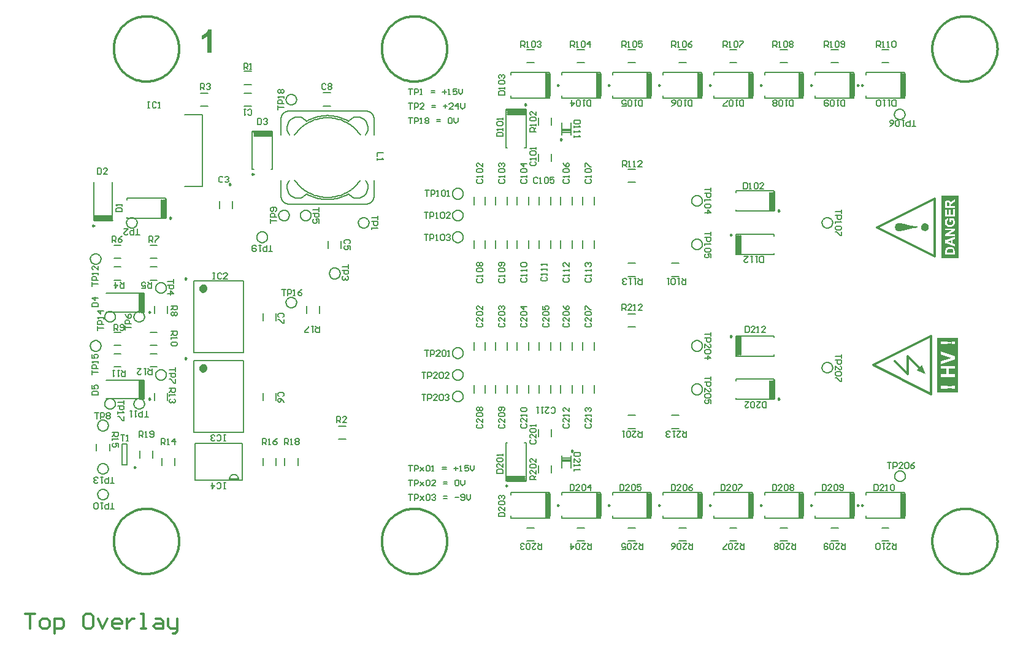
<source format=gto>
G04*
G04 #@! TF.GenerationSoftware,Altium Limited,Altium Designer,22.5.1 (42)*
G04*
G04 Layer_Color=65535*
%FSLAX25Y25*%
%MOIN*%
G70*
G04*
G04 #@! TF.SameCoordinates,AD146B9C-557F-4D5F-B811-4A91A8D423AC*
G04*
G04*
G04 #@! TF.FilePolarity,Positive*
G04*
G01*
G75*
%ADD10C,0.01181*%
%ADD11C,0.00600*%
%ADD12C,0.00787*%
%ADD13C,0.00984*%
%ADD14C,0.02362*%
%ADD15C,0.01378*%
%ADD16C,0.01000*%
G36*
X490438Y110642D02*
X485517Y112610D01*
X488469Y115563D01*
X490438Y110642D01*
D02*
G37*
G36*
X102430Y285273D02*
X100006D01*
Y294401D01*
X99988Y294383D01*
X99952Y294346D01*
X99879Y294291D01*
X99770Y294200D01*
X99642Y294091D01*
X99496Y293982D01*
X99314Y293854D01*
X99114Y293708D01*
X98895Y293563D01*
X98658Y293417D01*
X98403Y293253D01*
X98130Y293107D01*
X97547Y292834D01*
X96891Y292579D01*
Y294765D01*
X96909D01*
X96927Y294783D01*
X96982Y294802D01*
X97055Y294820D01*
X97237Y294911D01*
X97492Y295020D01*
X97802Y295166D01*
X98148Y295366D01*
X98531Y295621D01*
X98932Y295913D01*
X98950Y295931D01*
X98986Y295949D01*
X99041Y296004D01*
X99114Y296077D01*
X99314Y296259D01*
X99533Y296496D01*
X99788Y296788D01*
X100043Y297152D01*
X100280Y297535D01*
X100462Y297954D01*
X102430D01*
Y285273D01*
D02*
G37*
G36*
X508154Y100799D02*
X496654D01*
Y130389D01*
X508154D01*
Y100799D01*
D02*
G37*
G36*
X508249Y173634D02*
X499078D01*
Y207555D01*
X508249D01*
Y173634D01*
D02*
G37*
G36*
X490367Y192690D02*
X490585Y192635D01*
X490804Y192553D01*
X491078Y192444D01*
X491324Y192307D01*
X491570Y192088D01*
X491597Y192061D01*
X491652Y191979D01*
X491761Y191842D01*
X491870Y191678D01*
X491980Y191432D01*
X492089Y191186D01*
X492144Y190913D01*
X492171Y190585D01*
Y190448D01*
X492144Y190284D01*
X492089Y190065D01*
X492034Y189847D01*
X491925Y189573D01*
X491761Y189327D01*
X491570Y189081D01*
X491542Y189054D01*
X491460Y188999D01*
X491324Y188890D01*
X491132Y188780D01*
X490913Y188671D01*
X490667Y188562D01*
X490394Y188507D01*
X490066Y188480D01*
X490039D01*
X489929D01*
X489765Y188507D01*
X489546Y188562D01*
X489300Y188616D01*
X489054Y188726D01*
X488808Y188890D01*
X488562Y189081D01*
X488535Y189108D01*
X488453Y189190D01*
X488371Y189327D01*
X488234Y189491D01*
X488125Y189710D01*
X488043Y189983D01*
X487961Y190257D01*
X487933Y190585D01*
Y190721D01*
X487961Y190885D01*
X488015Y191104D01*
X488097Y191350D01*
X488207Y191596D01*
X488343Y191842D01*
X488562Y192088D01*
X488590Y192116D01*
X488672Y192198D01*
X488808Y192280D01*
X488972Y192417D01*
X489218Y192526D01*
X489465Y192608D01*
X489738Y192690D01*
X490066Y192717D01*
X490093D01*
X490203D01*
X490367Y192690D01*
D02*
G37*
G36*
X476259Y192717D02*
X476423D01*
X476587Y192690D01*
X476779Y192663D01*
X477025Y192635D01*
X477298Y192581D01*
X477599Y192526D01*
X477927Y192471D01*
X478310Y192389D01*
X478720Y192307D01*
X479157Y192198D01*
X479649Y192088D01*
X482493Y191378D01*
X482520D01*
X482547Y191350D01*
X482657D01*
X482766Y191323D01*
X482903Y191296D01*
X483067Y191268D01*
X483504Y191186D01*
X484024Y191104D01*
X484625Y191022D01*
X485336Y190940D01*
X486074Y190858D01*
Y190284D01*
X486047D01*
X485992D01*
X485910D01*
X485801Y190257D01*
X485664D01*
X485500Y190229D01*
X485063Y190175D01*
X484543Y190093D01*
X483942Y189983D01*
X483258Y189847D01*
X482493Y189682D01*
X479649Y188999D01*
X479622D01*
X479540Y188972D01*
X479403Y188944D01*
X479239Y188917D01*
X479021Y188862D01*
X478774Y188808D01*
X478228Y188698D01*
X477626Y188589D01*
X477025Y188480D01*
X476451Y188425D01*
X476205Y188398D01*
X475986D01*
X475931D01*
X475822D01*
X475630Y188425D01*
X475412Y188480D01*
X475138Y188534D01*
X474865Y188644D01*
X474619Y188780D01*
X474373Y188972D01*
X474345Y188999D01*
X474263Y189081D01*
X474181Y189218D01*
X474045Y189409D01*
X473935Y189628D01*
X473853Y189901D01*
X473771Y190202D01*
X473744Y190557D01*
Y190721D01*
X473771Y190885D01*
X473826Y191104D01*
X473908Y191350D01*
X474017Y191596D01*
X474154Y191870D01*
X474373Y192116D01*
X474400Y192143D01*
X474482Y192225D01*
X474619Y192307D01*
X474810Y192444D01*
X475029Y192553D01*
X475302Y192635D01*
X475603Y192717D01*
X475958Y192745D01*
X476013D01*
X476068D01*
X476150D01*
X476259Y192717D01*
D02*
G37*
%LPC*%
G36*
X506186Y128366D02*
X504732D01*
Y126912D01*
X506186D01*
Y128366D01*
D02*
G37*
G36*
X500404Y128420D02*
X498622D01*
Y126846D01*
X506186D01*
X500404D01*
X504229Y127218D01*
Y128049D01*
X500404Y128420D01*
D02*
G37*
G36*
X506186Y122955D02*
X498622D01*
Y115905D01*
X506186Y118616D01*
Y120266D01*
X498622Y122955D01*
X506186D01*
D02*
G37*
G36*
Y115097D02*
X498622D01*
Y109052D01*
X506186D01*
Y110582D01*
X502874D01*
Y113566D01*
X506186D01*
Y115097D01*
D02*
G37*
G36*
Y104341D02*
Y104287D01*
X504732D01*
Y102833D01*
X506186D01*
Y102768D01*
X500404D01*
X504229Y103139D01*
Y103970D01*
X500404Y104341D01*
X498622D01*
Y102768D01*
X506186D01*
Y104341D01*
D02*
G37*
%LPD*%
G36*
X504218Y119480D02*
X498622Y117556D01*
Y121327D01*
X504218Y119480D01*
D02*
G37*
G36*
X501595Y110582D02*
X498622D01*
Y113566D01*
X501595D01*
Y110582D01*
D02*
G37*
%LPC*%
G36*
X506186Y205586D02*
X505202Y204966D01*
X505100Y204901D01*
X504997Y204835D01*
X504910Y204777D01*
X504830Y204718D01*
X504757Y204667D01*
X504684Y204624D01*
X504575Y204536D01*
X504487Y204471D01*
X504429Y204427D01*
X504392Y204391D01*
X504385Y204383D01*
X504298Y204303D01*
X504217Y204208D01*
X504152Y204121D01*
X504086Y204033D01*
X504035Y203960D01*
X503999Y203902D01*
X503970Y203858D01*
X503962Y203851D01*
Y203844D01*
X503940Y203968D01*
X503911Y204077D01*
X503882Y204179D01*
X503846Y204281D01*
X503809Y204369D01*
X503773Y204449D01*
X503736Y204529D01*
X503693Y204595D01*
X503656Y204653D01*
X503620Y204704D01*
X503583Y204748D01*
X503554Y204777D01*
X503532Y204806D01*
X503510Y204828D01*
X503503Y204835D01*
X503496Y204842D01*
X503423Y204901D01*
X503350Y204952D01*
X503190Y205039D01*
X503036Y205098D01*
X502883Y205134D01*
X502752Y205163D01*
X502701Y205170D01*
X502650D01*
X502614Y205178D01*
X502577D01*
X502563D01*
X502555D01*
X502395Y205170D01*
X502242Y205141D01*
X502111Y205105D01*
X501994Y205068D01*
X501899Y205025D01*
X501826Y204988D01*
X501804Y204974D01*
X501783Y204959D01*
X501775Y204952D01*
X501768D01*
X501644Y204864D01*
X501542Y204770D01*
X501462Y204675D01*
X501389Y204580D01*
X501345Y204492D01*
X501309Y204427D01*
X501287Y204383D01*
X501280Y204376D01*
Y204369D01*
X501258Y204296D01*
X501236Y204216D01*
X501199Y204033D01*
X501178Y203836D01*
X501156Y203647D01*
Y203552D01*
X501148Y203472D01*
Y203392D01*
X501141Y203326D01*
Y205586D01*
Y201052D01*
X506186D01*
Y205586D01*
D02*
G37*
G36*
Y200184D02*
X505333D01*
Y197370D01*
X503962D01*
Y199900D01*
X503109D01*
Y197370D01*
X501994D01*
Y200089D01*
X501141D01*
Y200184D01*
D01*
D01*
Y196350D01*
X506186D01*
Y200184D01*
D02*
G37*
G36*
X506281Y195402D02*
X503481D01*
Y193208D01*
X504334D01*
Y194374D01*
X504983D01*
X505049Y194287D01*
X505107Y194192D01*
X505158Y194097D01*
X505202Y194009D01*
X505238Y193937D01*
X505267Y193871D01*
X505282Y193834D01*
X505289Y193827D01*
Y193820D01*
X505333Y193703D01*
X505362Y193587D01*
X505384Y193477D01*
X505399Y193383D01*
X505406Y193295D01*
X505413Y193237D01*
Y193178D01*
X505406Y193062D01*
X505391Y192945D01*
X505369Y192843D01*
X505340Y192741D01*
X505267Y192559D01*
X505231Y192486D01*
X505187Y192413D01*
X505143Y192347D01*
X505107Y192289D01*
X505063Y192245D01*
X505034Y192202D01*
X505005Y192172D01*
X504983Y192151D01*
X504968Y192136D01*
X504961Y192129D01*
X504874Y192063D01*
X504772Y191998D01*
X504670Y191946D01*
X504560Y191903D01*
X504334Y191830D01*
X504115Y191786D01*
X504013Y191771D01*
X503911Y191757D01*
X503831Y191750D01*
X503751Y191742D01*
X503693Y191735D01*
X503642D01*
X503612D01*
X503605D01*
X503452Y191742D01*
X503313Y191750D01*
X503175Y191771D01*
X503051Y191793D01*
X502942Y191823D01*
X502840Y191859D01*
X502745Y191895D01*
X502657Y191932D01*
X502585Y191961D01*
X502519Y191998D01*
X502468Y192034D01*
X502424Y192063D01*
X502388Y192085D01*
X502366Y192107D01*
X502351Y192114D01*
X502344Y192121D01*
X502271Y192202D01*
X502198Y192282D01*
X502147Y192369D01*
X502096Y192457D01*
X502052Y192544D01*
X502016Y192632D01*
X501965Y192799D01*
X501950Y192880D01*
X501936Y192953D01*
X501928Y193018D01*
X501921Y193076D01*
X501914Y193120D01*
Y193186D01*
X501921Y193346D01*
X501950Y193485D01*
X501979Y193609D01*
X502023Y193718D01*
X502060Y193798D01*
X502096Y193864D01*
X502125Y193900D01*
X502133Y193915D01*
X502220Y194017D01*
X502315Y194104D01*
X502410Y194177D01*
X502504Y194228D01*
X502592Y194272D01*
X502657Y194301D01*
X502701Y194316D01*
X502708Y194323D01*
X502716D01*
X502526Y195336D01*
X502402Y195307D01*
X502278Y195263D01*
X502169Y195220D01*
X502067Y195161D01*
X501965Y195110D01*
X501877Y195052D01*
X501797Y194994D01*
X501724Y194935D01*
X501659Y194877D01*
X501600Y194826D01*
X501549Y194782D01*
X501513Y194738D01*
X501484Y194702D01*
X501455Y194673D01*
X501447Y194658D01*
X501440Y194651D01*
X501367Y194549D01*
X501309Y194440D01*
X501258Y194323D01*
X501214Y194199D01*
X501141Y193958D01*
X501097Y193725D01*
X501076Y193616D01*
X501068Y193514D01*
X501061Y193419D01*
X501054Y193339D01*
X501046Y193273D01*
Y195402D01*
Y190685D01*
X503499D01*
X501046D01*
Y193186D01*
X501054Y192923D01*
X501083Y192690D01*
X501105Y192588D01*
X501126Y192486D01*
X501148Y192391D01*
X501170Y192311D01*
X501199Y192238D01*
X501221Y192165D01*
X501243Y192114D01*
X501258Y192063D01*
X501280Y192027D01*
X501287Y191998D01*
X501301Y191983D01*
Y191976D01*
X501433Y191750D01*
X501513Y191655D01*
X501586Y191560D01*
X501666Y191473D01*
X501746Y191392D01*
X501826Y191320D01*
X501899Y191254D01*
X501972Y191203D01*
X502038Y191152D01*
X502096Y191108D01*
X502147Y191072D01*
X502191Y191050D01*
X502220Y191028D01*
X502242Y191021D01*
X502249Y191013D01*
X502366Y190955D01*
X502483Y190904D01*
X502723Y190824D01*
X502964Y190766D01*
X503175Y190729D01*
X503277Y190714D01*
X503365Y190700D01*
X503445Y190693D01*
X503518D01*
X503569Y190685D01*
X506281D01*
X503649D01*
X503919Y190700D01*
X504166Y190729D01*
X504392Y190780D01*
X504502Y190802D01*
X504597Y190831D01*
X504684Y190860D01*
X504764Y190882D01*
X504830Y190911D01*
X504888Y190933D01*
X504932Y190948D01*
X504968Y190962D01*
X504990Y190977D01*
X504997D01*
X505216Y191101D01*
X505406Y191239D01*
X505573Y191385D01*
X505705Y191531D01*
X505763Y191596D01*
X505814Y191662D01*
X505858Y191713D01*
X505887Y191764D01*
X505916Y191801D01*
X505938Y191837D01*
X505945Y191852D01*
X505953Y191859D01*
X506011Y191976D01*
X506062Y192085D01*
X506142Y192325D01*
X506200Y192559D01*
X506237Y192770D01*
X506251Y192872D01*
X506266Y192960D01*
X506273Y193040D01*
Y193113D01*
X506281Y193164D01*
Y193244D01*
X506273Y193477D01*
X506244Y193696D01*
X506208Y193907D01*
X506164Y194090D01*
X506142Y194170D01*
X506120Y194243D01*
X506098Y194308D01*
X506084Y194367D01*
X506069Y194411D01*
X506055Y194440D01*
X506047Y194462D01*
Y194469D01*
X505960Y194687D01*
X505865Y194870D01*
X505770Y195030D01*
X505690Y195169D01*
X505617Y195271D01*
X505588Y195307D01*
X505559Y195344D01*
X505537Y195366D01*
X505522Y195387D01*
X505508Y195402D01*
X506281D01*
D02*
G37*
G36*
X503569Y190685D02*
X503499D01*
X503569D01*
D01*
D02*
G37*
G36*
X506186Y189789D02*
X501141D01*
Y188848D01*
X504538D01*
X501141Y186763D01*
Y185779D01*
X506186D01*
Y189789D01*
D02*
G37*
G36*
Y185232D02*
X501141Y183206D01*
Y185232D01*
Y180173D01*
Y182127D01*
X506186Y180173D01*
Y181252D01*
X505041Y181667D01*
Y183694D01*
X506186Y184132D01*
Y185232D01*
D02*
G37*
G36*
Y179823D02*
X501141D01*
X503715D01*
X503459Y179816D01*
X503233Y179794D01*
X503124Y179787D01*
X503029Y179772D01*
X502934Y179758D01*
X502854Y179743D01*
X502781Y179721D01*
X502716Y179707D01*
X502657Y179692D01*
X502614Y179685D01*
X502577Y179670D01*
X502548Y179663D01*
X502533Y179656D01*
X502526D01*
X502351Y179590D01*
X502191Y179510D01*
X502052Y179429D01*
X501936Y179349D01*
X501841Y179284D01*
X501768Y179225D01*
X501724Y179189D01*
X501710Y179182D01*
Y179174D01*
X501593Y179050D01*
X501498Y178927D01*
X501418Y178795D01*
X501353Y178679D01*
X501301Y178577D01*
X501265Y178489D01*
X501258Y178460D01*
X501251Y178438D01*
X501243Y178424D01*
Y178416D01*
X501207Y178278D01*
X501185Y178125D01*
X501163Y177964D01*
X501156Y177811D01*
X501148Y177673D01*
X501141Y177614D01*
Y175602D01*
X506186D01*
Y177614D01*
Y177512D01*
X506179Y177709D01*
X506171Y177891D01*
X506157Y178044D01*
X506135Y178168D01*
X506113Y178270D01*
X506098Y178351D01*
X506091Y178373D01*
Y178394D01*
X506084Y178402D01*
Y178409D01*
X506025Y178569D01*
X505960Y178715D01*
X505894Y178832D01*
X505829Y178934D01*
X505770Y179014D01*
X505726Y179072D01*
X505697Y179109D01*
X505683Y179123D01*
X505544Y179247D01*
X505399Y179357D01*
X505245Y179451D01*
X505107Y179524D01*
X504976Y179583D01*
X504925Y179612D01*
X504881Y179626D01*
X504837Y179641D01*
X504808Y179656D01*
X504793Y179663D01*
X504786D01*
X504611Y179714D01*
X504429Y179758D01*
X504254Y179787D01*
X504086Y179801D01*
X504006Y179809D01*
X503933Y179816D01*
X503875D01*
X503817Y179823D01*
X506186D01*
D02*
G37*
%LPD*%
G36*
Y202072D02*
X504079D01*
Y202400D01*
X504086Y202502D01*
X504094Y202590D01*
X504108Y202663D01*
X504115Y202721D01*
X504130Y202758D01*
X504137Y202779D01*
Y202787D01*
X504166Y202845D01*
X504196Y202903D01*
X504232Y202954D01*
X504261Y203005D01*
X504298Y203042D01*
X504327Y203071D01*
X504341Y203086D01*
X504349Y203093D01*
X504385Y203122D01*
X504422Y203158D01*
X504531Y203239D01*
X504648Y203326D01*
X504779Y203421D01*
X504895Y203501D01*
X504954Y203538D01*
X504997Y203567D01*
X505034Y203596D01*
X505063Y203618D01*
X505085Y203625D01*
X505092Y203632D01*
X506186Y204361D01*
Y202072D01*
D02*
G37*
G36*
X502708Y204121D02*
X502781Y204113D01*
X502847Y204092D01*
X502905Y204077D01*
X502949Y204055D01*
X502978Y204033D01*
X503000Y204026D01*
X503007Y204019D01*
X503058Y203975D01*
X503102Y203931D01*
X503168Y203836D01*
X503190Y203800D01*
X503204Y203764D01*
X503219Y203742D01*
Y203734D01*
X503226Y203698D01*
X503241Y203640D01*
X503248Y203581D01*
X503255Y203516D01*
X503263Y203363D01*
X503270Y203209D01*
X503277Y203064D01*
Y202072D01*
X501994D01*
Y203239D01*
X502001Y203304D01*
Y203465D01*
X502009Y203530D01*
Y203574D01*
X502016Y203596D01*
Y203603D01*
X502038Y203691D01*
X502067Y203771D01*
X502096Y203836D01*
X502133Y203888D01*
X502169Y203931D01*
X502191Y203968D01*
X502213Y203982D01*
X502220Y203990D01*
X502278Y204033D01*
X502351Y204070D01*
X502417Y204092D01*
X502483Y204113D01*
X502541Y204121D01*
X502585Y204128D01*
X502614D01*
X502628D01*
X502708Y204121D01*
D02*
G37*
G36*
X506186Y186720D02*
X502861D01*
X506186Y188768D01*
Y186720D01*
D02*
G37*
G36*
X504188Y181974D02*
X502315Y182659D01*
X504188Y183366D01*
Y181974D01*
D02*
G37*
G36*
X503875Y178766D02*
X504064Y178759D01*
X504217Y178737D01*
X504349Y178722D01*
X504458Y178700D01*
X504502Y178693D01*
X504531Y178679D01*
X504560Y178671D01*
X504582D01*
X504589Y178664D01*
X504597D01*
X504713Y178620D01*
X504815Y178584D01*
X504895Y178533D01*
X504961Y178496D01*
X505012Y178460D01*
X505049Y178431D01*
X505070Y178409D01*
X505078Y178402D01*
X505129Y178336D01*
X505172Y178270D01*
X505209Y178205D01*
X505238Y178139D01*
X505260Y178081D01*
X505274Y178037D01*
X505289Y178008D01*
Y177993D01*
X505304Y177913D01*
X505311Y177818D01*
X505326Y177716D01*
Y177614D01*
X505333Y177520D01*
Y176623D01*
X501994D01*
Y177286D01*
X502001Y177381D01*
Y177469D01*
X502009Y177541D01*
Y177607D01*
X502016Y177673D01*
Y177724D01*
X502031Y177804D01*
X502038Y177862D01*
X502045Y177899D01*
Y177906D01*
X502074Y178008D01*
X502111Y178095D01*
X502147Y178176D01*
X502191Y178249D01*
X502227Y178300D01*
X502256Y178343D01*
X502278Y178365D01*
X502286Y178373D01*
X502358Y178438D01*
X502439Y178496D01*
X502519Y178547D01*
X502592Y178591D01*
X502665Y178620D01*
X502723Y178642D01*
X502760Y178657D01*
X502767Y178664D01*
X502774D01*
X502905Y178700D01*
X503044Y178730D01*
X503197Y178744D01*
X503343Y178759D01*
X503467Y178766D01*
X503525Y178773D01*
X503576D01*
X503612D01*
X503642D01*
X503663D01*
X503671D01*
X503875Y178766D01*
D02*
G37*
D10*
X84646Y287402D02*
X84617Y288404D01*
X84532Y289403D01*
X84391Y290396D01*
X84193Y291379D01*
X83941Y292349D01*
X83634Y293304D01*
X83273Y294239D01*
X82860Y295153D01*
X82396Y296042D01*
X81882Y296903D01*
X81321Y297734D01*
X80713Y298532D01*
X80062Y299293D01*
X79368Y300017D01*
X78634Y300701D01*
X77863Y301342D01*
X77057Y301938D01*
X76218Y302488D01*
X75350Y302989D01*
X74454Y303440D01*
X73535Y303840D01*
X72594Y304188D01*
X71636Y304482D01*
X70662Y304720D01*
X69676Y304904D01*
X68681Y305031D01*
X67681Y305102D01*
X66678Y305116D01*
X65677Y305074D01*
X64679Y304975D01*
X63688Y304819D01*
X62708Y304608D01*
X61741Y304342D01*
X60791Y304021D01*
X59861Y303647D01*
X58953Y303221D01*
X58071Y302745D01*
X57217Y302219D01*
X56394Y301646D01*
X55605Y301027D01*
X54853Y300364D01*
X54139Y299660D01*
X53465Y298917D01*
X52836Y298137D01*
X52251Y297322D01*
X51713Y296476D01*
X51224Y295601D01*
X50785Y294699D01*
X50398Y293774D01*
X50064Y292829D01*
X49784Y291866D01*
X49559Y290889D01*
X49390Y289900D01*
X49276Y288904D01*
X49220Y287903D01*
X49220Y286900D01*
X49276Y285899D01*
X49390Y284903D01*
X49559Y283914D01*
X49784Y282937D01*
X50064Y281975D01*
X50398Y281029D01*
X50785Y280104D01*
X51224Y279203D01*
X51713Y278327D01*
X52251Y277481D01*
X52836Y276666D01*
X53465Y275886D01*
X54138Y275143D01*
X54853Y274439D01*
X55605Y273776D01*
X56394Y273158D01*
X57217Y272584D01*
X58071Y272059D01*
X58953Y271582D01*
X59861Y271156D01*
X60791Y270782D01*
X61741Y270462D01*
X62708Y270195D01*
X63688Y269984D01*
X64679Y269829D01*
X65677Y269729D01*
X66678Y269687D01*
X67681Y269701D01*
X68681Y269772D01*
X69676Y269899D01*
X70662Y270083D01*
X71636Y270322D01*
X72594Y270615D01*
X73535Y270963D01*
X74454Y271363D01*
X75350Y271814D01*
X76218Y272315D01*
X77057Y272865D01*
X77863Y273461D01*
X78634Y274102D01*
X79368Y274786D01*
X80062Y275510D01*
X80713Y276272D01*
X81321Y277069D01*
X81882Y277900D01*
X82396Y278761D01*
X82860Y279650D01*
X83273Y280564D01*
X83634Y281500D01*
X83941Y282454D01*
X84193Y283424D01*
X84391Y284407D01*
X84532Y285400D01*
X84617Y286399D01*
X84646Y287402D01*
X230315D02*
X230287Y288404D01*
X230202Y289403D01*
X230060Y290396D01*
X229863Y291379D01*
X229610Y292349D01*
X229303Y293304D01*
X228942Y294239D01*
X228529Y295153D01*
X228065Y296042D01*
X227552Y296903D01*
X226990Y297734D01*
X226382Y298532D01*
X225731Y299293D01*
X225037Y300017D01*
X224303Y300701D01*
X223532Y301342D01*
X222726Y301938D01*
X221887Y302488D01*
X221019Y302989D01*
X220124Y303440D01*
X219204Y303840D01*
X218264Y304188D01*
X217305Y304482D01*
X216331Y304720D01*
X215345Y304904D01*
X214351Y305031D01*
X213350Y305102D01*
X212348Y305116D01*
X211346Y305074D01*
X210348Y304975D01*
X209358Y304819D01*
X208377Y304608D01*
X207411Y304342D01*
X206461Y304021D01*
X205530Y303647D01*
X204622Y303221D01*
X203740Y302745D01*
X202886Y302219D01*
X202064Y301646D01*
X201275Y301027D01*
X200522Y300364D01*
X199808Y299660D01*
X199135Y298917D01*
X198505Y298137D01*
X197920Y297322D01*
X197382Y296476D01*
X196893Y295601D01*
X196455Y294699D01*
X196068Y293774D01*
X195734Y292829D01*
X195454Y291866D01*
X195228Y290889D01*
X195059Y289900D01*
X194946Y288904D01*
X194889Y287903D01*
X194889Y286900D01*
X194946Y285899D01*
X195059Y284903D01*
X195228Y283914D01*
X195454Y282937D01*
X195734Y281975D01*
X196068Y281029D01*
X196455Y280104D01*
X196893Y279203D01*
X197382Y278327D01*
X197920Y277481D01*
X198505Y276666D01*
X199135Y275886D01*
X199808Y275143D01*
X200522Y274439D01*
X201275Y273776D01*
X202064Y273158D01*
X202886Y272584D01*
X203740Y272059D01*
X204622Y271582D01*
X205530Y271156D01*
X206460Y270782D01*
X207411Y270462D01*
X208377Y270195D01*
X209358Y269984D01*
X210348Y269829D01*
X211346Y269729D01*
X212348Y269687D01*
X213350Y269701D01*
X214351Y269772D01*
X215345Y269899D01*
X216331Y270083D01*
X217305Y270322D01*
X218264Y270615D01*
X219204Y270963D01*
X220124Y271363D01*
X221019Y271814D01*
X221887Y272315D01*
X222726Y272865D01*
X223532Y273461D01*
X224303Y274102D01*
X225037Y274786D01*
X225731Y275510D01*
X226382Y276272D01*
X226990Y277069D01*
X227552Y277900D01*
X228065Y278761D01*
X228529Y279650D01*
X228942Y280564D01*
X229303Y281500D01*
X229610Y282454D01*
X229863Y283424D01*
X230060Y284407D01*
X230202Y285400D01*
X230287Y286399D01*
X230315Y287402D01*
X529528D02*
X529499Y288404D01*
X529414Y289403D01*
X529273Y290396D01*
X529075Y291379D01*
X528823Y292349D01*
X528515Y293304D01*
X528155Y294239D01*
X527742Y295153D01*
X527278Y296042D01*
X526764Y296903D01*
X526203Y297734D01*
X525595Y298532D01*
X524943Y299293D01*
X524250Y300017D01*
X523516Y300701D01*
X522745Y301342D01*
X521939Y301938D01*
X521100Y302488D01*
X520231Y302989D01*
X519336Y303440D01*
X518417Y303840D01*
X517476Y304188D01*
X516517Y304482D01*
X515544Y304720D01*
X514558Y304904D01*
X513563Y305031D01*
X512563Y305102D01*
X511560Y305116D01*
X510559Y305074D01*
X509561Y304975D01*
X508570Y304819D01*
X507590Y304608D01*
X506623Y304342D01*
X505673Y304021D01*
X504743Y303647D01*
X503835Y303221D01*
X502953Y302745D01*
X502099Y302219D01*
X501276Y301646D01*
X500487Y301027D01*
X499734Y300364D01*
X499020Y299660D01*
X498347Y298917D01*
X497718Y298137D01*
X497133Y297322D01*
X496595Y296476D01*
X496106Y295601D01*
X495667Y294699D01*
X495280Y293774D01*
X494946Y292829D01*
X494666Y291866D01*
X494441Y290889D01*
X494272Y289900D01*
X494158Y288904D01*
X494102Y287903D01*
X494102Y286900D01*
X494158Y285899D01*
X494272Y284903D01*
X494441Y283914D01*
X494666Y282937D01*
X494946Y281975D01*
X495280Y281029D01*
X495667Y280104D01*
X496106Y279203D01*
X496595Y278327D01*
X497133Y277481D01*
X497718Y276666D01*
X498347Y275886D01*
X499020Y275143D01*
X499734Y274439D01*
X500487Y273776D01*
X501276Y273158D01*
X502099Y272584D01*
X502953Y272059D01*
X503835Y271582D01*
X504743Y271156D01*
X505673Y270782D01*
X506623Y270462D01*
X507590Y270195D01*
X508570Y269984D01*
X509561Y269829D01*
X510559Y269729D01*
X511560Y269687D01*
X512563Y269701D01*
X513563Y269772D01*
X514558Y269899D01*
X515544Y270083D01*
X516517Y270322D01*
X517476Y270615D01*
X518417Y270963D01*
X519336Y271363D01*
X520232Y271814D01*
X521100Y272315D01*
X521939Y272865D01*
X522745Y273461D01*
X523516Y274102D01*
X524250Y274786D01*
X524943Y275510D01*
X525595Y276272D01*
X526203Y277069D01*
X526764Y277900D01*
X527278Y278761D01*
X527742Y279650D01*
X528155Y280564D01*
X528516Y281500D01*
X528823Y282454D01*
X529075Y283424D01*
X529273Y284407D01*
X529414Y285400D01*
X529499Y286399D01*
X529528Y287402D01*
Y19685D02*
X529499Y20687D01*
X529414Y21687D01*
X529273Y22679D01*
X529075Y23662D01*
X528823Y24633D01*
X528515Y25587D01*
X528155Y26523D01*
X527742Y27436D01*
X527278Y28325D01*
X526764Y29186D01*
X526203Y30017D01*
X525595Y30815D01*
X524943Y31577D01*
X524250Y32301D01*
X523516Y32984D01*
X522745Y33625D01*
X521939Y34222D01*
X521100Y34771D01*
X520231Y35273D01*
X519336Y35724D01*
X518417Y36124D01*
X517476Y36471D01*
X516517Y36765D01*
X515544Y37004D01*
X514558Y37187D01*
X513563Y37315D01*
X512563Y37386D01*
X511560Y37400D01*
X510559Y37357D01*
X509561Y37258D01*
X508570Y37103D01*
X507590Y36891D01*
X506623Y36625D01*
X505673Y36304D01*
X504743Y35930D01*
X503835Y35505D01*
X502953Y35028D01*
X502099Y34502D01*
X501276Y33929D01*
X500487Y33310D01*
X499734Y32648D01*
X499020Y31944D01*
X498347Y31201D01*
X497718Y30420D01*
X497133Y29606D01*
X496595Y28760D01*
X496106Y27884D01*
X495667Y26983D01*
X495280Y26057D01*
X494946Y25112D01*
X494666Y24149D01*
X494441Y23172D01*
X494272Y22184D01*
X494158Y21188D01*
X494102Y20186D01*
X494102Y19184D01*
X494158Y18183D01*
X494272Y17186D01*
X494441Y16198D01*
X494666Y15221D01*
X494946Y14258D01*
X495280Y13313D01*
X495667Y12388D01*
X496106Y11486D01*
X496595Y10611D01*
X497133Y9764D01*
X497718Y8950D01*
X498347Y8170D01*
X499020Y7426D01*
X499734Y6722D01*
X500487Y6060D01*
X501276Y5441D01*
X502099Y4868D01*
X502953Y4342D01*
X503835Y3866D01*
X504743Y3440D01*
X505673Y3066D01*
X506623Y2745D01*
X507590Y2479D01*
X508570Y2268D01*
X509561Y2112D01*
X510559Y2013D01*
X511560Y1970D01*
X512563Y1984D01*
X513563Y2055D01*
X514558Y2183D01*
X515544Y2366D01*
X516517Y2605D01*
X517476Y2899D01*
X518417Y3246D01*
X519336Y3646D01*
X520232Y4098D01*
X521100Y4599D01*
X521939Y5149D01*
X522745Y5745D01*
X523516Y6386D01*
X524250Y7069D01*
X524943Y7793D01*
X525595Y8555D01*
X526203Y9353D01*
X526764Y10184D01*
X527278Y11045D01*
X527742Y11934D01*
X528155Y12847D01*
X528516Y13783D01*
X528823Y14738D01*
X529075Y15708D01*
X529273Y16691D01*
X529414Y17684D01*
X529499Y18683D01*
X529528Y19685D01*
X230315D02*
X230287Y20687D01*
X230202Y21687D01*
X230060Y22679D01*
X229863Y23662D01*
X229610Y24633D01*
X229303Y25587D01*
X228942Y26523D01*
X228529Y27436D01*
X228065Y28325D01*
X227552Y29186D01*
X226990Y30017D01*
X226382Y30815D01*
X225731Y31577D01*
X225037Y32301D01*
X224303Y32984D01*
X223532Y33625D01*
X222726Y34222D01*
X221887Y34771D01*
X221019Y35273D01*
X220124Y35724D01*
X219204Y36124D01*
X218264Y36471D01*
X217305Y36765D01*
X216331Y37004D01*
X215345Y37187D01*
X214351Y37315D01*
X213350Y37386D01*
X212348Y37400D01*
X211346Y37357D01*
X210348Y37258D01*
X209358Y37103D01*
X208377Y36891D01*
X207411Y36625D01*
X206461Y36304D01*
X205530Y35930D01*
X204622Y35505D01*
X203740Y35028D01*
X202886Y34502D01*
X202064Y33929D01*
X201275Y33310D01*
X200522Y32648D01*
X199808Y31944D01*
X199135Y31201D01*
X198505Y30420D01*
X197920Y29606D01*
X197382Y28760D01*
X196893Y27884D01*
X196455Y26983D01*
X196068Y26057D01*
X195734Y25112D01*
X195454Y24149D01*
X195228Y23172D01*
X195059Y22184D01*
X194946Y21188D01*
X194889Y20186D01*
X194889Y19184D01*
X194946Y18183D01*
X195059Y17186D01*
X195228Y16198D01*
X195454Y15221D01*
X195734Y14258D01*
X196068Y13313D01*
X196455Y12388D01*
X196893Y11486D01*
X197382Y10611D01*
X197920Y9764D01*
X198505Y8950D01*
X199135Y8170D01*
X199808Y7426D01*
X200522Y6722D01*
X201275Y6060D01*
X202064Y5441D01*
X202886Y4868D01*
X203740Y4342D01*
X204622Y3866D01*
X205530Y3440D01*
X206460Y3066D01*
X207411Y2745D01*
X208377Y2479D01*
X209358Y2268D01*
X210348Y2112D01*
X211346Y2013D01*
X212348Y1970D01*
X213350Y1984D01*
X214351Y2055D01*
X215345Y2183D01*
X216331Y2366D01*
X217305Y2605D01*
X218264Y2899D01*
X219204Y3246D01*
X220124Y3646D01*
X221019Y4098D01*
X221887Y4599D01*
X222726Y5149D01*
X223532Y5745D01*
X224303Y6386D01*
X225037Y7069D01*
X225731Y7793D01*
X226382Y8555D01*
X226990Y9353D01*
X227552Y10184D01*
X228065Y11045D01*
X228529Y11934D01*
X228942Y12847D01*
X229303Y13783D01*
X229610Y14738D01*
X229863Y15708D01*
X230060Y16691D01*
X230202Y17684D01*
X230287Y18683D01*
X230315Y19685D01*
X84646D02*
X84617Y20687D01*
X84532Y21687D01*
X84391Y22679D01*
X84193Y23662D01*
X83941Y24633D01*
X83634Y25587D01*
X83273Y26523D01*
X82860Y27436D01*
X82396Y28325D01*
X81882Y29186D01*
X81321Y30017D01*
X80713Y30815D01*
X80062Y31577D01*
X79368Y32301D01*
X78634Y32984D01*
X77863Y33625D01*
X77057Y34222D01*
X76218Y34771D01*
X75350Y35273D01*
X74454Y35724D01*
X73535Y36124D01*
X72594Y36471D01*
X71636Y36765D01*
X70662Y37004D01*
X69676Y37187D01*
X68681Y37315D01*
X67681Y37386D01*
X66678Y37400D01*
X65677Y37357D01*
X64679Y37258D01*
X63688Y37103D01*
X62708Y36891D01*
X61741Y36625D01*
X60791Y36304D01*
X59861Y35930D01*
X58953Y35505D01*
X58071Y35028D01*
X57217Y34502D01*
X56394Y33929D01*
X55605Y33310D01*
X54853Y32648D01*
X54139Y31944D01*
X53465Y31201D01*
X52836Y30420D01*
X52251Y29606D01*
X51713Y28760D01*
X51224Y27884D01*
X50785Y26983D01*
X50398Y26057D01*
X50064Y25112D01*
X49784Y24149D01*
X49559Y23172D01*
X49390Y22184D01*
X49276Y21188D01*
X49220Y20186D01*
X49220Y19184D01*
X49276Y18183D01*
X49390Y17186D01*
X49559Y16198D01*
X49784Y15221D01*
X50064Y14258D01*
X50398Y13313D01*
X50785Y12388D01*
X51224Y11486D01*
X51713Y10611D01*
X52251Y9764D01*
X52836Y8950D01*
X53465Y8170D01*
X54138Y7426D01*
X54853Y6722D01*
X55605Y6060D01*
X56394Y5441D01*
X57217Y4868D01*
X58071Y4342D01*
X58953Y3866D01*
X59861Y3440D01*
X60791Y3066D01*
X61741Y2745D01*
X62708Y2479D01*
X63688Y2268D01*
X64679Y2112D01*
X65677Y2013D01*
X66678Y1970D01*
X67681Y1984D01*
X68681Y2055D01*
X69676Y2183D01*
X70662Y2366D01*
X71636Y2605D01*
X72594Y2899D01*
X73535Y3246D01*
X74454Y3646D01*
X75350Y4098D01*
X76218Y4599D01*
X77057Y5149D01*
X77863Y5745D01*
X78634Y6386D01*
X79368Y7069D01*
X80062Y7793D01*
X80713Y8555D01*
X81321Y9353D01*
X81882Y10184D01*
X82396Y11045D01*
X82860Y11934D01*
X83273Y12847D01*
X83634Y13783D01*
X83941Y14738D01*
X84193Y15708D01*
X84391Y16691D01*
X84532Y17684D01*
X84617Y18683D01*
X84646Y19685D01*
X1181Y-19820D02*
X6429D01*
X3805D01*
Y-27691D01*
X10364D02*
X12988D01*
X14300Y-26379D01*
Y-23755D01*
X12988Y-22444D01*
X10364D01*
X9053Y-23755D01*
Y-26379D01*
X10364Y-27691D01*
X16924Y-30315D02*
Y-22444D01*
X20860D01*
X22172Y-23755D01*
Y-26379D01*
X20860Y-27691D01*
X16924D01*
X36603Y-19820D02*
X33979D01*
X32667Y-21132D01*
Y-26379D01*
X33979Y-27691D01*
X36603D01*
X37915Y-26379D01*
Y-21132D01*
X36603Y-19820D01*
X40538Y-22444D02*
X43162Y-27691D01*
X45786Y-22444D01*
X52346Y-27691D02*
X49722D01*
X48410Y-26379D01*
Y-23755D01*
X49722Y-22444D01*
X52346D01*
X53658Y-23755D01*
Y-25067D01*
X48410D01*
X56282Y-22444D02*
Y-27691D01*
Y-25067D01*
X57593Y-23755D01*
X58905Y-22444D01*
X60217D01*
X64153Y-27691D02*
X66777D01*
X65465D01*
Y-19820D01*
X64153D01*
X72024Y-22444D02*
X74648D01*
X75960Y-23755D01*
Y-27691D01*
X72024D01*
X70713Y-26379D01*
X72024Y-25067D01*
X75960D01*
X78584Y-22444D02*
Y-26379D01*
X79896Y-27691D01*
X83832D01*
Y-29003D01*
X82520Y-30315D01*
X81208D01*
X83832Y-27691D02*
Y-22444D01*
D11*
X148584Y259842D02*
X148408Y260840D01*
X147902Y261716D01*
X147127Y262367D01*
X146176Y262713D01*
X145163D01*
X144212Y262367D01*
X143436Y261716D01*
X142930Y260840D01*
X142754Y259842D01*
X142930Y258845D01*
X143436Y257969D01*
X144212Y257318D01*
X145163Y256972D01*
X146176D01*
X147127Y257318D01*
X147902Y257969D01*
X148408Y258845D01*
X148584Y259842D01*
X187954Y192913D02*
X187779Y193910D01*
X187272Y194787D01*
X186497Y195438D01*
X185546Y195784D01*
X184533D01*
X183582Y195438D01*
X182806Y194787D01*
X182300Y193910D01*
X182124Y192913D01*
X182300Y191916D01*
X182806Y191040D01*
X183582Y190389D01*
X184533Y190043D01*
X185546D01*
X186497Y190389D01*
X187272Y191040D01*
X187779Y191916D01*
X187954Y192913D01*
X156458Y196850D02*
X156282Y197847D01*
X155776Y198724D01*
X155001Y199375D01*
X154050Y199721D01*
X153037D01*
X152086Y199375D01*
X151310Y198724D01*
X150804Y197847D01*
X150628Y196850D01*
X150804Y195853D01*
X151310Y194977D01*
X152086Y194326D01*
X153037Y193980D01*
X154050D01*
X155001Y194326D01*
X155776Y194977D01*
X156282Y195853D01*
X156458Y196850D01*
X144647D02*
X144472Y197847D01*
X143965Y198724D01*
X143190Y199375D01*
X142238Y199721D01*
X141226D01*
X140275Y199375D01*
X139499Y198724D01*
X138993Y197847D01*
X138817Y196850D01*
X138993Y195853D01*
X139499Y194977D01*
X140275Y194326D01*
X141226Y193980D01*
X142238D01*
X143190Y194326D01*
X143965Y194977D01*
X144472Y195853D01*
X144647Y196850D01*
X132836Y185039D02*
X132660Y186036D01*
X132154Y186913D01*
X131379Y187564D01*
X130427Y187910D01*
X129415D01*
X128464Y187564D01*
X127688Y186913D01*
X127182Y186036D01*
X127006Y185039D01*
X127182Y184042D01*
X127688Y183166D01*
X128464Y182515D01*
X129415Y182169D01*
X130427D01*
X131379Y182515D01*
X132154Y183166D01*
X132660Y184042D01*
X132836Y185039D01*
X172206Y165354D02*
X172030Y166351D01*
X171524Y167228D01*
X170749Y167879D01*
X169798Y168225D01*
X168785D01*
X167834Y167879D01*
X167058Y167228D01*
X166552Y166351D01*
X166376Y165354D01*
X166552Y164357D01*
X167058Y163481D01*
X167834Y162830D01*
X168785Y162484D01*
X169798D01*
X170749Y162830D01*
X171524Y163481D01*
X172030Y164357D01*
X172206Y165354D01*
X148584Y149606D02*
X148408Y150603D01*
X147902Y151480D01*
X147127Y152131D01*
X146176Y152477D01*
X145163D01*
X144212Y152131D01*
X143436Y151480D01*
X142930Y150603D01*
X142754Y149606D01*
X142930Y148609D01*
X143436Y147733D01*
X144212Y147082D01*
X145163Y146736D01*
X146176D01*
X147127Y147082D01*
X147902Y147733D01*
X148408Y148609D01*
X148584Y149606D01*
X65907Y141732D02*
X65731Y142729D01*
X65225Y143606D01*
X64450Y144257D01*
X63498Y144603D01*
X62486D01*
X61535Y144257D01*
X60759Y143606D01*
X60253Y142729D01*
X60077Y141732D01*
X60253Y140735D01*
X60759Y139859D01*
X61535Y139208D01*
X62486Y138862D01*
X63498D01*
X64450Y139208D01*
X65225Y139859D01*
X65731Y140735D01*
X65907Y141732D01*
X42285Y125984D02*
X42109Y126981D01*
X41603Y127858D01*
X40828Y128509D01*
X39876Y128855D01*
X38864D01*
X37913Y128509D01*
X37137Y127858D01*
X36631Y126981D01*
X36455Y125984D01*
X36631Y124987D01*
X37137Y124110D01*
X37913Y123460D01*
X38864Y123114D01*
X39876D01*
X40828Y123460D01*
X41603Y124110D01*
X42109Y124987D01*
X42285Y125984D01*
X50159Y141732D02*
X49983Y142729D01*
X49477Y143606D01*
X48702Y144257D01*
X47750Y144603D01*
X46738D01*
X45787Y144257D01*
X45011Y143606D01*
X44505Y142729D01*
X44329Y141732D01*
X44505Y140735D01*
X45011Y139859D01*
X45787Y139208D01*
X46738Y138862D01*
X47750D01*
X48702Y139208D01*
X49477Y139859D01*
X49983Y140735D01*
X50159Y141732D01*
X77718Y110236D02*
X77542Y111233D01*
X77036Y112110D01*
X76261Y112761D01*
X75309Y113107D01*
X74297D01*
X73346Y112761D01*
X72570Y112110D01*
X72064Y111233D01*
X71888Y110236D01*
X72064Y109239D01*
X72570Y108362D01*
X73346Y107712D01*
X74297Y107366D01*
X75309D01*
X76261Y107712D01*
X77036Y108362D01*
X77542Y109239D01*
X77718Y110236D01*
X65907Y94488D02*
X65731Y95485D01*
X65225Y96362D01*
X64450Y97013D01*
X63498Y97359D01*
X62486D01*
X61535Y97013D01*
X60759Y96362D01*
X60253Y95485D01*
X60077Y94488D01*
X60253Y93491D01*
X60759Y92615D01*
X61535Y91964D01*
X62486Y91618D01*
X63498D01*
X64450Y91964D01*
X65225Y92615D01*
X65731Y93491D01*
X65907Y94488D01*
X50159D02*
X49983Y95485D01*
X49477Y96362D01*
X48702Y97013D01*
X47750Y97359D01*
X46738D01*
X45787Y97013D01*
X45011Y96362D01*
X44505Y95485D01*
X44329Y94488D01*
X44505Y93491D01*
X45011Y92615D01*
X45787Y91964D01*
X46738Y91618D01*
X47750D01*
X48702Y91964D01*
X49477Y92615D01*
X49983Y93491D01*
X50159Y94488D01*
X46222Y82677D02*
X46046Y83674D01*
X45540Y84551D01*
X44765Y85202D01*
X43813Y85548D01*
X42801D01*
X41850Y85202D01*
X41074Y84551D01*
X40568Y83674D01*
X40392Y82677D01*
X40568Y81680D01*
X41074Y80803D01*
X41850Y80153D01*
X42801Y79806D01*
X43813D01*
X44765Y80153D01*
X45540Y80803D01*
X46046Y81680D01*
X46222Y82677D01*
Y45276D02*
X46046Y46273D01*
X45540Y47149D01*
X44765Y47800D01*
X43813Y48146D01*
X42801D01*
X41850Y47800D01*
X41074Y47149D01*
X40568Y46273D01*
X40392Y45276D01*
X40568Y44279D01*
X41074Y43402D01*
X41850Y42751D01*
X42801Y42405D01*
X43813D01*
X44765Y42751D01*
X45540Y43402D01*
X46046Y44279D01*
X46222Y45276D01*
Y59055D02*
X46046Y60052D01*
X45540Y60929D01*
X44765Y61580D01*
X43813Y61926D01*
X42801D01*
X41850Y61580D01*
X41074Y60929D01*
X40568Y60052D01*
X40392Y59055D01*
X40568Y58058D01*
X41074Y57181D01*
X41850Y56531D01*
X42801Y56184D01*
X43813D01*
X44765Y56531D01*
X45540Y57181D01*
X46046Y58058D01*
X46222Y59055D01*
X77718Y157480D02*
X77542Y158477D01*
X77036Y159354D01*
X76261Y160005D01*
X75309Y160351D01*
X74297D01*
X73346Y160005D01*
X72570Y159354D01*
X72064Y158477D01*
X71888Y157480D01*
X72064Y156483D01*
X72570Y155607D01*
X73346Y154956D01*
X74297Y154610D01*
X75309D01*
X76261Y154956D01*
X77036Y155607D01*
X77542Y156483D01*
X77718Y157480D01*
X42285Y173228D02*
X42109Y174225D01*
X41603Y175102D01*
X40828Y175753D01*
X39876Y176099D01*
X38864D01*
X37913Y175753D01*
X37137Y175102D01*
X36631Y174225D01*
X36455Y173228D01*
X36631Y172231D01*
X37137Y171355D01*
X37913Y170704D01*
X38864Y170358D01*
X39876D01*
X40828Y170704D01*
X41603Y171355D01*
X42109Y172231D01*
X42285Y173228D01*
X61970Y192913D02*
X61794Y193910D01*
X61288Y194787D01*
X60513Y195438D01*
X59561Y195784D01*
X58549D01*
X57598Y195438D01*
X56822Y194787D01*
X56316Y193910D01*
X56140Y192913D01*
X56316Y191916D01*
X56822Y191040D01*
X57598Y190389D01*
X58549Y190043D01*
X59561D01*
X60513Y190389D01*
X61288Y191040D01*
X61794Y191916D01*
X61970Y192913D01*
X239136Y208661D02*
X238960Y209658D01*
X238454Y210535D01*
X237678Y211186D01*
X236727Y211532D01*
X235714D01*
X234763Y211186D01*
X233987Y210535D01*
X233481Y209658D01*
X233306Y208661D01*
X233481Y207664D01*
X233987Y206788D01*
X234763Y206137D01*
X235714Y205791D01*
X236727D01*
X237678Y206137D01*
X238454Y206788D01*
X238960Y207664D01*
X239136Y208661D01*
Y196850D02*
X238960Y197847D01*
X238454Y198724D01*
X237678Y199375D01*
X236727Y199721D01*
X235714D01*
X234763Y199375D01*
X233987Y198724D01*
X233481Y197847D01*
X233306Y196850D01*
X233481Y195853D01*
X233987Y194977D01*
X234763Y194326D01*
X235714Y193980D01*
X236727D01*
X237678Y194326D01*
X238454Y194977D01*
X238960Y195853D01*
X239136Y196850D01*
Y185039D02*
X238960Y186036D01*
X238454Y186913D01*
X237678Y187564D01*
X236727Y187910D01*
X235714D01*
X234763Y187564D01*
X233987Y186913D01*
X233481Y186036D01*
X233306Y185039D01*
X233481Y184042D01*
X233987Y183166D01*
X234763Y182515D01*
X235714Y182169D01*
X236727D01*
X237678Y182515D01*
X238454Y183166D01*
X238960Y184042D01*
X239136Y185039D01*
X439923Y114173D02*
X439747Y115170D01*
X439241Y116047D01*
X438465Y116698D01*
X437514Y117044D01*
X436502D01*
X435550Y116698D01*
X434775Y116047D01*
X434269Y115170D01*
X434093Y114173D01*
X434269Y113176D01*
X434775Y112300D01*
X435550Y111649D01*
X436502Y111302D01*
X437514D01*
X438465Y111649D01*
X439241Y112300D01*
X439747Y113176D01*
X439923Y114173D01*
Y192913D02*
X439747Y193910D01*
X439241Y194787D01*
X438465Y195438D01*
X437514Y195784D01*
X436502D01*
X435550Y195438D01*
X434775Y194787D01*
X434269Y193910D01*
X434093Y192913D01*
X434269Y191916D01*
X434775Y191040D01*
X435550Y190389D01*
X436502Y190043D01*
X437514D01*
X438465Y190389D01*
X439241Y191040D01*
X439747Y191916D01*
X439923Y192913D01*
X369057Y204724D02*
X368881Y205721D01*
X368375Y206598D01*
X367599Y207249D01*
X366648Y207595D01*
X365636D01*
X364684Y207249D01*
X363909Y206598D01*
X363403Y205721D01*
X363227Y204724D01*
X363403Y203727D01*
X363909Y202851D01*
X364684Y202200D01*
X365636Y201854D01*
X366648D01*
X367599Y202200D01*
X368375Y202851D01*
X368881Y203727D01*
X369057Y204724D01*
Y181102D02*
X368881Y182099D01*
X368375Y182976D01*
X367599Y183627D01*
X366648Y183973D01*
X365636D01*
X364684Y183627D01*
X363909Y182976D01*
X363403Y182099D01*
X363227Y181102D01*
X363403Y180105D01*
X363909Y179229D01*
X364684Y178578D01*
X365636Y178232D01*
X366648D01*
X367599Y178578D01*
X368375Y179229D01*
X368881Y180105D01*
X369057Y181102D01*
Y125984D02*
X368881Y126981D01*
X368375Y127858D01*
X367599Y128509D01*
X366648Y128855D01*
X365636D01*
X364684Y128509D01*
X363909Y127858D01*
X363403Y126981D01*
X363227Y125984D01*
X363403Y124987D01*
X363909Y124110D01*
X364684Y123460D01*
X365636Y123114D01*
X366648D01*
X367599Y123460D01*
X368375Y124110D01*
X368881Y124987D01*
X369057Y125984D01*
Y102362D02*
X368881Y103359D01*
X368375Y104236D01*
X367599Y104887D01*
X366648Y105233D01*
X365636D01*
X364684Y104887D01*
X363909Y104236D01*
X363403Y103359D01*
X363227Y102362D01*
X363403Y101365D01*
X363909Y100488D01*
X364684Y99838D01*
X365636Y99492D01*
X366648D01*
X367599Y99838D01*
X368375Y100488D01*
X368881Y101365D01*
X369057Y102362D01*
X239136Y122047D02*
X238960Y123044D01*
X238454Y123921D01*
X237678Y124572D01*
X236727Y124918D01*
X235714D01*
X234763Y124572D01*
X233987Y123921D01*
X233481Y123044D01*
X233306Y122047D01*
X233481Y121050D01*
X233987Y120174D01*
X234763Y119523D01*
X235714Y119176D01*
X236727D01*
X237678Y119523D01*
X238454Y120174D01*
X238960Y121050D01*
X239136Y122047D01*
Y110236D02*
X238960Y111233D01*
X238454Y112110D01*
X237678Y112761D01*
X236727Y113107D01*
X235714D01*
X234763Y112761D01*
X233987Y112110D01*
X233481Y111233D01*
X233306Y110236D01*
X233481Y109239D01*
X233987Y108362D01*
X234763Y107712D01*
X235714Y107366D01*
X236727D01*
X237678Y107712D01*
X238454Y108362D01*
X238960Y109239D01*
X239136Y110236D01*
Y98425D02*
X238960Y99422D01*
X238454Y100299D01*
X237678Y100950D01*
X236727Y101296D01*
X235714D01*
X234763Y100950D01*
X233987Y100299D01*
X233481Y99422D01*
X233306Y98425D01*
X233481Y97428D01*
X233987Y96552D01*
X234763Y95901D01*
X235714Y95555D01*
X236727D01*
X237678Y95901D01*
X238454Y96552D01*
X238960Y97428D01*
X239136Y98425D01*
X479294Y251799D02*
X479118Y252796D01*
X478612Y253673D01*
X477837Y254324D01*
X476885Y254670D01*
X475873D01*
X474922Y254324D01*
X474146Y253673D01*
X473640Y252796D01*
X473464Y251799D01*
X473640Y250802D01*
X474146Y249925D01*
X474922Y249275D01*
X475873Y248928D01*
X476885D01*
X477837Y249275D01*
X478612Y249925D01*
X479118Y250802D01*
X479294Y251799D01*
X479385Y55145D02*
X479209Y56142D01*
X478703Y57018D01*
X477928Y57669D01*
X476976Y58015D01*
X475964D01*
X475013Y57669D01*
X474237Y57018D01*
X473731Y56142D01*
X473555Y55145D01*
X473731Y54147D01*
X474237Y53271D01*
X475013Y52620D01*
X475964Y52274D01*
X476976D01*
X477928Y52620D01*
X478703Y53271D01*
X479209Y54147D01*
X479385Y55145D01*
D12*
X185898Y240551D02*
X186500Y241349D01*
X186958Y242236D01*
X187260Y243187D01*
X187398Y244177D01*
X187367Y245175D01*
X187168Y246153D01*
X186807Y247084D01*
X186295Y247941D01*
X185645Y248700D01*
X184877Y249338D01*
X184013Y249838D01*
X183076Y250184D01*
X182095Y250369D01*
X181096Y250385D01*
X180109Y250232D01*
X179162Y249916D01*
X178282Y249444D01*
X177494Y248831D01*
X176820Y248094D01*
X144810Y216142D02*
X144209Y215345D01*
X143751Y214457D01*
X143448Y213506D01*
X143311Y212516D01*
X143342Y211518D01*
X143541Y210540D01*
X143901Y209609D01*
X144414Y208751D01*
X145063Y207993D01*
X145831Y207355D01*
X146696Y206855D01*
X147633Y206508D01*
X148614Y206324D01*
X149612Y206308D01*
X150599Y206461D01*
X151547Y206777D01*
X152427Y207249D01*
X153215Y207862D01*
X153888Y208599D01*
Y248094D02*
X153215Y248831D01*
X152427Y249444D01*
X151547Y249916D01*
X150599Y250232D01*
X149612Y250385D01*
X148614Y250369D01*
X147633Y250184D01*
X146696Y249838D01*
X145831Y249338D01*
X145063Y248700D01*
X144414Y247941D01*
X143901Y247084D01*
X143541Y246153D01*
X143342Y245175D01*
X143311Y244177D01*
X143448Y243187D01*
X143751Y242236D01*
X144209Y241349D01*
X144810Y240551D01*
X176820Y208599D02*
X177494Y207862D01*
X178282Y207249D01*
X179162Y206777D01*
X180109Y206461D01*
X181096Y206308D01*
X182095Y206324D01*
X183076Y206508D01*
X184013Y206855D01*
X184877Y207355D01*
X185645Y207993D01*
X186295Y208751D01*
X186807Y209609D01*
X187168Y210540D01*
X187367Y211518D01*
X187398Y212516D01*
X187260Y213506D01*
X186958Y214457D01*
X186500Y215345D01*
X185898Y216142D01*
X190551Y249606D02*
X190417Y250625D01*
X190024Y251575D01*
X189398Y252390D01*
X188583Y253016D01*
X187633Y253409D01*
X186614Y253543D01*
X144095D02*
X143076Y253409D01*
X142126Y253016D01*
X141311Y252390D01*
X140685Y251575D01*
X140292Y250625D01*
X140157Y249606D01*
X186614Y203150D02*
X187633Y203284D01*
X188583Y203677D01*
X189398Y204303D01*
X190024Y205118D01*
X190417Y206068D01*
X190551Y207087D01*
X140157D02*
X140292Y206068D01*
X140685Y205118D01*
X141311Y204303D01*
X142126Y203677D01*
X143076Y203284D01*
X144095Y203150D01*
X153888Y208599D02*
X154765Y208116D01*
X155662Y207671D01*
X156577Y207266D01*
X157509Y206902D01*
X158457Y206578D01*
X159417Y206297D01*
X160389Y206058D01*
X161371Y205862D01*
X162360Y205709D01*
X163355Y205599D01*
X164354Y205534D01*
X165354Y205512D01*
X166355Y205534D01*
X167354Y205599D01*
X168349Y205709D01*
X169338Y205862D01*
X170319Y206058D01*
X171291Y206297D01*
X172252Y206578D01*
X173199Y206902D01*
X174132Y207266D01*
X175047Y207671D01*
X175944Y208116D01*
X176820Y208599D01*
X147468Y216142D02*
X148052Y215327D01*
X148673Y214541D01*
X149329Y213784D01*
X150021Y213058D01*
X150744Y212365D01*
X151499Y211706D01*
X152284Y211082D01*
X153097Y210496D01*
X153936Y209948D01*
X154800Y209439D01*
X155686Y208971D01*
X156593Y208545D01*
X157518Y208160D01*
X158461Y207820D01*
X159418Y207523D01*
X160388Y207270D01*
X161368Y207063D01*
X162357Y206901D01*
X163353Y206786D01*
X164352Y206716D01*
X165354Y206693D01*
X166356Y206716D01*
X167356Y206786D01*
X168351Y206901D01*
X169341Y207063D01*
X170321Y207270D01*
X171291Y207523D01*
X172248Y207820D01*
X173190Y208160D01*
X174116Y208545D01*
X175023Y208971D01*
X175909Y209439D01*
X176773Y209948D01*
X177612Y210496D01*
X178424Y211082D01*
X179209Y211706D01*
X179964Y212365D01*
X180688Y213058D01*
X181379Y213784D01*
X182036Y214541D01*
X182657Y215327D01*
X183241Y216142D01*
X176820Y248094D02*
X175944Y248577D01*
X175047Y249022D01*
X174132Y249427D01*
X173199Y249791D01*
X172252Y250114D01*
X171291Y250396D01*
X170319Y250635D01*
X169338Y250831D01*
X168349Y250984D01*
X167354Y251093D01*
X166355Y251159D01*
X165354Y251181D01*
X164354Y251159D01*
X163355Y251093D01*
X162360Y250984D01*
X161371Y250831D01*
X160389Y250635D01*
X159417Y250396D01*
X158457Y250114D01*
X157509Y249791D01*
X156577Y249427D01*
X155662Y249022D01*
X154765Y248577D01*
X153888Y248094D01*
X183241Y240551D02*
X182657Y241366D01*
X182036Y242152D01*
X181379Y242909D01*
X180688Y243635D01*
X179964Y244328D01*
X179209Y244987D01*
X178424Y245611D01*
X177612Y246197D01*
X176773Y246745D01*
X175909Y247253D01*
X175023Y247722D01*
X174116Y248148D01*
X173190Y248532D01*
X172248Y248873D01*
X171291Y249170D01*
X170321Y249423D01*
X169341Y249630D01*
X168351Y249792D01*
X167356Y249907D01*
X166356Y249977D01*
X165354Y250000D01*
X164352Y249977D01*
X163353Y249907D01*
X162357Y249792D01*
X161368Y249630D01*
X160388Y249423D01*
X159418Y249170D01*
X158461Y248873D01*
X157518Y248532D01*
X156593Y248148D01*
X155686Y247722D01*
X154800Y247253D01*
X153936Y246745D01*
X153097Y246197D01*
X152284Y245611D01*
X151499Y244987D01*
X150744Y244328D01*
X150021Y243635D01*
X149329Y242909D01*
X148673Y242152D01*
X148052Y241366D01*
X147468Y240551D01*
X117038Y53802D02*
X116804Y54709D01*
X116254Y55467D01*
X115463Y55968D01*
X114543Y56144D01*
X113623Y55968D01*
X112832Y55467D01*
X112281Y54709D01*
X112048Y53802D01*
X144095Y253543D02*
X186614D01*
X190551Y240551D02*
Y249606D01*
X140157Y207087D02*
Y216142D01*
X144095Y203150D02*
X186614D01*
X140157Y240551D02*
Y249606D01*
X190551Y207087D02*
Y216142D01*
X162937Y263543D02*
X166874D01*
X162937Y256457D02*
X166874D01*
X172835Y179134D02*
Y183071D01*
X165748Y179134D02*
Y183071D01*
X161024Y143701D02*
Y147638D01*
X153937Y143701D02*
Y147638D01*
X130315Y139764D02*
Y143701D01*
X137402Y139764D02*
Y143701D01*
X130315Y96457D02*
Y100394D01*
X137402Y96457D02*
Y100394D01*
X171260Y75197D02*
X175197D01*
X171260Y82284D02*
X175197D01*
X142126Y61024D02*
Y64961D01*
X149213Y61024D02*
Y64961D01*
X130315Y61024D02*
Y64961D01*
X137402Y61024D02*
Y64961D01*
X68898Y126378D02*
X72835D01*
X68898Y133465D02*
X72835D01*
X68898Y114567D02*
X72835D01*
X68898Y121653D02*
X72835D01*
X49213Y126378D02*
X53150D01*
X49213Y133465D02*
X53150D01*
X49213Y114567D02*
X53150D01*
X49213Y121653D02*
X53150D01*
X44882Y97244D02*
X65354D01*
X44882Y107480D02*
X65354D01*
X46850Y68898D02*
Y72835D01*
X39764Y68898D02*
Y72835D01*
X56398Y61221D02*
Y72638D01*
X53839Y61221D02*
X56398D01*
X53839D02*
Y72638D01*
X56398D01*
X63386Y64961D02*
Y68898D01*
X70472Y64961D02*
Y68898D01*
X82284Y61024D02*
Y64961D01*
X75197Y61024D02*
Y64961D01*
X119095Y52953D02*
Y73032D01*
X93504D02*
X119095D01*
X93504Y52953D02*
Y73032D01*
Y52953D02*
X119095D01*
X112048Y53802D02*
X117038D01*
X92795Y78917D02*
Y117933D01*
Y78917D02*
X119803D01*
Y117933D01*
X92795D02*
X119803D01*
X92795Y122224D02*
Y161240D01*
Y122224D02*
X119803D01*
Y161240D01*
X92795D02*
X119803D01*
X78347Y143701D02*
Y147638D01*
X71260Y143701D02*
Y147638D01*
X68898Y161811D02*
X72835D01*
X68898Y168898D02*
X72835D01*
X49213Y161811D02*
X53150D01*
X49213Y168898D02*
X53150D01*
X44882Y144488D02*
X65354D01*
X44882Y154724D02*
X65354D01*
X49213Y173622D02*
X53150D01*
X49213Y180709D02*
X53150D01*
X68898Y173622D02*
X72835D01*
X68898Y180709D02*
X72835D01*
X56496Y195276D02*
X77362D01*
X56496Y206299D02*
X77362D01*
Y195276D02*
Y196161D01*
X56496Y195276D02*
Y196161D01*
X77362Y205413D02*
Y206299D01*
X56496Y205413D02*
Y206299D01*
X48425Y194488D02*
Y214961D01*
X38189Y194488D02*
Y214961D01*
X87598Y251772D02*
X97244D01*
Y212795D02*
Y251772D01*
X87598Y212795D02*
X97244D01*
X96457Y256299D02*
X100394D01*
X96457Y263386D02*
X100394D01*
X124409Y221850D02*
Y242717D01*
X135433Y221850D02*
Y242717D01*
X124409Y221850D02*
X125295D01*
X124409Y242717D02*
X125295D01*
X134547Y221850D02*
X135433D01*
X134547Y242717D02*
X135433D01*
X120079Y263386D02*
X124016D01*
X120079Y256299D02*
X124016D01*
X120079Y268110D02*
X124016D01*
X120079Y275197D02*
X124016D01*
X303937Y202559D02*
Y206890D01*
X310236Y202559D02*
Y206890D01*
X292126Y202559D02*
Y206890D01*
X298425Y202559D02*
Y206890D01*
X280315Y202559D02*
Y206890D01*
X286614Y202559D02*
Y206890D01*
X268504Y202559D02*
Y206890D01*
X274803Y202559D02*
Y206890D01*
X256693Y202559D02*
Y206890D01*
X262992Y202559D02*
Y206890D01*
X244882Y202559D02*
Y206890D01*
X251181Y202559D02*
Y206890D01*
X303937Y178937D02*
Y183268D01*
X310236Y178937D02*
Y183268D01*
X292126Y178937D02*
Y183268D01*
X298425Y178937D02*
Y183268D01*
X280315Y178937D02*
Y183268D01*
X286614Y178937D02*
Y183268D01*
X268504Y178937D02*
Y183268D01*
X274803Y178937D02*
Y183268D01*
X256693Y178937D02*
Y183268D01*
X262992Y178937D02*
Y183268D01*
X244882Y178937D02*
Y183268D01*
X251181Y178937D02*
Y183268D01*
X328740Y222047D02*
X332677D01*
X328740Y214961D02*
X332677D01*
X387205Y186614D02*
X408071D01*
X387205Y175591D02*
X408071D01*
X387205Y185728D02*
Y186614D01*
X408071Y185728D02*
Y186614D01*
X387205Y175591D02*
Y176476D01*
X408071Y175591D02*
Y176476D01*
X387205Y199213D02*
X408071D01*
X387205Y210236D02*
X408071D01*
Y199213D02*
Y200098D01*
X387205Y199213D02*
Y200098D01*
X408071Y209350D02*
Y210236D01*
X387205Y209350D02*
Y210236D01*
X352362Y163779D02*
X356299D01*
X352362Y170866D02*
X356299D01*
X328740D02*
X332677D01*
X328740Y163779D02*
X332677D01*
X328740Y143307D02*
X332677D01*
X328740Y136221D02*
X332677D01*
X387205Y96850D02*
X408071D01*
X387205Y107874D02*
X408071D01*
Y96850D02*
Y97736D01*
X387205Y96850D02*
Y97736D01*
X408071Y106988D02*
Y107874D01*
X387205Y106988D02*
Y107874D01*
X387205Y131496D02*
X408071D01*
X387205Y120472D02*
X408071D01*
X387205Y130610D02*
Y131496D01*
X408071Y130610D02*
Y131496D01*
X387205Y120472D02*
Y121358D01*
X408071Y120472D02*
Y121358D01*
X352362Y88189D02*
X356299D01*
X352362Y81102D02*
X356299D01*
X328740Y88189D02*
X332677D01*
X328740Y81102D02*
X332677D01*
X303937Y100197D02*
Y104527D01*
X310236Y100197D02*
Y104527D01*
X292126Y100197D02*
Y104527D01*
X298425Y100197D02*
Y104527D01*
X280315Y100197D02*
Y104527D01*
X286614Y100197D02*
Y104527D01*
X268504Y100197D02*
Y104527D01*
X274803Y100197D02*
Y104527D01*
X256693Y100197D02*
Y104527D01*
X262992Y100197D02*
Y104527D01*
X244882Y100197D02*
Y104527D01*
X251181Y100197D02*
Y104527D01*
X303937Y123819D02*
Y128150D01*
X310236Y123819D02*
Y128150D01*
X292126Y123819D02*
Y128150D01*
X298425Y123819D02*
Y128150D01*
X280315Y123819D02*
Y128150D01*
X286614Y123819D02*
Y128150D01*
X268504Y123819D02*
Y128150D01*
X274803Y123819D02*
Y128150D01*
X256693Y123819D02*
Y128150D01*
X262992Y123819D02*
Y128150D01*
X244882Y123819D02*
Y128150D01*
X251181Y123819D02*
Y128150D01*
X438976Y279921D02*
X442913D01*
X438976Y287008D02*
X442913D01*
X411417Y279921D02*
X415354D01*
X411417Y287008D02*
X415354D01*
X383858Y279921D02*
X387795D01*
X383858Y287008D02*
X387795D01*
X356299Y279921D02*
X360236D01*
X356299Y287008D02*
X360236D01*
X328740Y279921D02*
X332677D01*
X328740Y287008D02*
X332677D01*
X301181Y279921D02*
X305118D01*
X301181Y287008D02*
X305118D01*
X273622Y279921D02*
X277559D01*
X273622Y287008D02*
X277559D01*
X292717Y240748D02*
Y247441D01*
X297835Y240748D02*
Y247441D01*
X292717Y242126D02*
X297835D01*
X292717Y242913D02*
X297835D01*
X292717Y243701D02*
X297835D01*
X279921Y226378D02*
Y230315D01*
X287008Y226378D02*
Y230315D01*
X273228Y233661D02*
Y254528D01*
X262205Y233661D02*
Y254528D01*
X272342D02*
X273228D01*
X272342Y233661D02*
X273228D01*
X262205Y254528D02*
X263090D01*
X262205Y233661D02*
X263090D01*
X286024Y260630D02*
Y262008D01*
X265158Y260630D02*
X286024D01*
X265158D02*
Y262008D01*
X286024Y273425D02*
Y274803D01*
X265158D02*
X286024D01*
X265158Y273425D02*
Y274803D01*
X287008Y246063D02*
Y250000D01*
X279921Y246063D02*
Y250000D01*
X313583Y260630D02*
Y262008D01*
X292717Y260630D02*
X313583D01*
X292717D02*
Y262008D01*
X313583Y273425D02*
Y274803D01*
X292717D02*
X313583D01*
X292717Y273425D02*
Y274803D01*
X341142Y260630D02*
Y262008D01*
X320276Y260630D02*
X341142D01*
X320276D02*
Y262008D01*
X341142Y273425D02*
Y274803D01*
X320276D02*
X341142D01*
X320276Y273425D02*
Y274803D01*
X368701Y260630D02*
Y262008D01*
X347835Y260630D02*
X368701D01*
X347835D02*
Y262008D01*
X368701Y273425D02*
Y274803D01*
X347835D02*
X368701D01*
X347835Y273425D02*
Y274803D01*
X396260Y260630D02*
Y262008D01*
X375394Y260630D02*
X396260D01*
X375394D02*
Y262008D01*
X396260Y273425D02*
Y274803D01*
X375394D02*
X396260D01*
X375394Y273425D02*
Y274803D01*
X423819Y260630D02*
Y262008D01*
X402953Y260630D02*
X423819D01*
X402953D02*
Y262008D01*
X423819Y273425D02*
Y274803D01*
X402953D02*
X423819D01*
X402953Y273425D02*
Y274803D01*
X451378Y260630D02*
Y262008D01*
X430512Y260630D02*
X451378D01*
X430512D02*
Y262008D01*
X451378Y273425D02*
Y274803D01*
X430512D02*
X451378D01*
X430512Y273425D02*
Y274803D01*
X458071Y273425D02*
Y274803D01*
X478937D01*
Y273425D02*
Y274803D01*
X458071Y260630D02*
Y262008D01*
Y260630D02*
X478937D01*
Y262008D01*
X466535Y279921D02*
X470472D01*
X466535Y287008D02*
X470472D01*
X287008Y76772D02*
Y80709D01*
X279921Y76772D02*
Y80709D01*
X297835Y59646D02*
Y66339D01*
X292717Y59646D02*
Y66339D01*
Y64961D02*
X297835D01*
X292717Y64173D02*
X297835D01*
X292717Y63386D02*
X297835D01*
X279921Y57087D02*
Y61024D01*
X287008Y57087D02*
Y61024D01*
X262205Y52559D02*
Y73425D01*
X273228Y52559D02*
Y73425D01*
X262205Y52559D02*
X263091D01*
X262205Y73425D02*
X263091D01*
X272342Y52559D02*
X273228D01*
X272342Y73425D02*
X273228D01*
X458071Y45079D02*
Y46457D01*
X478937D01*
Y45079D02*
Y46457D01*
X458071Y32283D02*
Y33661D01*
Y32283D02*
X478937D01*
Y33661D01*
X466535Y20079D02*
X470472D01*
X466535Y27165D02*
X470472D01*
X451378Y32283D02*
Y33661D01*
X430512Y32283D02*
X451378D01*
X430512D02*
Y33661D01*
X451378Y45079D02*
Y46457D01*
X430512D02*
X451378D01*
X430512Y45079D02*
Y46457D01*
X438976Y20079D02*
X442913D01*
X438976Y27165D02*
X442913D01*
X423819Y32283D02*
Y33661D01*
X402953Y32283D02*
X423819D01*
X402953D02*
Y33661D01*
X423819Y45079D02*
Y46457D01*
X402953D02*
X423819D01*
X402953Y45079D02*
Y46457D01*
X411417Y20079D02*
X415354D01*
X411417Y27165D02*
X415354D01*
X396260Y32283D02*
Y33661D01*
X375394Y32283D02*
X396260D01*
X375394D02*
Y33661D01*
X396260Y45079D02*
Y46457D01*
X375394D02*
X396260D01*
X375394Y45079D02*
Y46457D01*
X383858Y20079D02*
X387795D01*
X383858Y27165D02*
X387795D01*
X368701Y32283D02*
Y33661D01*
X347835Y32283D02*
X368701D01*
X347835D02*
Y33661D01*
X368701Y45079D02*
Y46457D01*
X347835D02*
X368701D01*
X347835Y45079D02*
Y46457D01*
X356299Y20079D02*
X360236D01*
X356299Y27165D02*
X360236D01*
X341142Y32283D02*
Y33661D01*
X320276Y32283D02*
X341142D01*
X320276D02*
Y33661D01*
X341142Y45079D02*
Y46457D01*
X320276D02*
X341142D01*
X320276Y45079D02*
Y46457D01*
X328740Y20079D02*
X332677D01*
X328740Y27165D02*
X332677D01*
X313583Y32283D02*
Y33661D01*
X292717Y32283D02*
X313583D01*
X292717D02*
Y33661D01*
X313583Y45079D02*
Y46457D01*
X292717D02*
X313583D01*
X292717Y45079D02*
Y46457D01*
X301181Y20079D02*
X305118D01*
X301181Y27165D02*
X305118D01*
X286024Y32283D02*
Y33661D01*
X265158Y32283D02*
X286024D01*
X265158D02*
Y33661D01*
X286024Y45079D02*
Y46457D01*
X265158D02*
X286024D01*
X265158Y45079D02*
Y46457D01*
X273622Y20079D02*
X277559D01*
X273622Y27165D02*
X277559D01*
X78347Y96457D02*
Y100394D01*
X71260Y96457D02*
Y100394D01*
X113779Y200787D02*
Y204724D01*
X106693Y200787D02*
Y204724D01*
X209449Y249999D02*
X211548D01*
X210498D01*
Y246850D01*
X212597D02*
Y249999D01*
X214172D01*
X214697Y249474D01*
Y248425D01*
X214172Y247900D01*
X212597D01*
X215746Y246850D02*
X216795D01*
X216271D01*
Y249999D01*
X215746Y249474D01*
X218370D02*
X218895Y249999D01*
X219944D01*
X220469Y249474D01*
Y248950D01*
X219944Y248425D01*
X220469Y247900D01*
Y247375D01*
X219944Y246850D01*
X218895D01*
X218370Y247375D01*
Y247900D01*
X218895Y248425D01*
X218370Y248950D01*
Y249474D01*
X218895Y248425D02*
X219944D01*
X224667Y247900D02*
X226766D01*
X224667Y248950D02*
X226766D01*
X230964Y249474D02*
X231489Y249999D01*
X232539D01*
X233063Y249474D01*
Y247375D01*
X232539Y246850D01*
X231489D01*
X230964Y247375D01*
Y249474D01*
X234113Y249999D02*
Y247900D01*
X235162Y246850D01*
X236212Y247900D01*
Y249999D01*
X209449Y257873D02*
X211548D01*
X210498D01*
Y254724D01*
X212597D02*
Y257873D01*
X214172D01*
X214697Y257348D01*
Y256299D01*
X214172Y255774D01*
X212597D01*
X217845Y254724D02*
X215746D01*
X217845Y256823D01*
Y257348D01*
X217320Y257873D01*
X216271D01*
X215746Y257348D01*
X222043Y255774D02*
X224142D01*
X222043Y256823D02*
X224142D01*
X228340Y256299D02*
X230439D01*
X229390Y257348D02*
Y255249D01*
X233588Y254724D02*
X231489D01*
X233588Y256823D01*
Y257348D01*
X233063Y257873D01*
X232014D01*
X231489Y257348D01*
X236212Y254724D02*
Y257873D01*
X234637Y256299D01*
X236737D01*
X237786Y257873D02*
Y255774D01*
X238836Y254724D01*
X239885Y255774D01*
Y257873D01*
X209449Y265747D02*
X211548D01*
X210498D01*
Y262598D01*
X212597D02*
Y265747D01*
X214172D01*
X214697Y265222D01*
Y264173D01*
X214172Y263648D01*
X212597D01*
X215746Y262598D02*
X216795D01*
X216271D01*
Y265747D01*
X215746Y265222D01*
X221518Y263648D02*
X223618D01*
X221518Y264698D02*
X223618D01*
X227816Y264173D02*
X229915D01*
X228865Y265222D02*
Y263123D01*
X230964Y262598D02*
X232014D01*
X231489D01*
Y265747D01*
X230964Y265222D01*
X235687Y265747D02*
X233588D01*
Y264173D01*
X234637Y264698D01*
X235162D01*
X235687Y264173D01*
Y263123D01*
X235162Y262598D01*
X234113D01*
X233588Y263123D01*
X236737Y265747D02*
Y263648D01*
X237786Y262598D01*
X238836Y263648D01*
Y265747D01*
X209449Y45275D02*
X211548D01*
X210498D01*
Y42126D01*
X212597D02*
Y45275D01*
X214172D01*
X214697Y44750D01*
Y43700D01*
X214172Y43176D01*
X212597D01*
X215746Y44225D02*
X217845Y42126D01*
X216795Y43176D01*
X217845Y44225D01*
X215746Y42126D01*
X218895Y44750D02*
X219419Y45275D01*
X220469D01*
X220994Y44750D01*
Y42651D01*
X220469Y42126D01*
X219419D01*
X218895Y42651D01*
Y44750D01*
X222043D02*
X222568Y45275D01*
X223618D01*
X224142Y44750D01*
Y44225D01*
X223618Y43700D01*
X223093D01*
X223618D01*
X224142Y43176D01*
Y42651D01*
X223618Y42126D01*
X222568D01*
X222043Y42651D01*
X228340Y43176D02*
X230439D01*
X228340Y44225D02*
X230439D01*
X234637Y43700D02*
X236737D01*
X237786Y42651D02*
X238311Y42126D01*
X239360D01*
X239885Y42651D01*
Y44750D01*
X239360Y45275D01*
X238311D01*
X237786Y44750D01*
Y44225D01*
X238311Y43700D01*
X239885D01*
X240935Y45275D02*
Y43176D01*
X241984Y42126D01*
X243034Y43176D01*
Y45275D01*
X209449Y53149D02*
X211548D01*
X210498D01*
Y50000D01*
X212597D02*
Y53149D01*
X214172D01*
X214697Y52624D01*
Y51574D01*
X214172Y51050D01*
X212597D01*
X215746Y52099D02*
X217845Y50000D01*
X216795Y51050D01*
X217845Y52099D01*
X215746Y50000D01*
X218895Y52624D02*
X219419Y53149D01*
X220469D01*
X220994Y52624D01*
Y50525D01*
X220469Y50000D01*
X219419D01*
X218895Y50525D01*
Y52624D01*
X224142Y50000D02*
X222043D01*
X224142Y52099D01*
Y52624D01*
X223618Y53149D01*
X222568D01*
X222043Y52624D01*
X228340Y51050D02*
X230439D01*
X228340Y52099D02*
X230439D01*
X234637Y52624D02*
X235162Y53149D01*
X236212D01*
X236737Y52624D01*
Y50525D01*
X236212Y50000D01*
X235162D01*
X234637Y50525D01*
Y52624D01*
X237786Y53149D02*
Y51050D01*
X238836Y50000D01*
X239885Y51050D01*
Y53149D01*
X209449Y61023D02*
X211548D01*
X210498D01*
Y57874D01*
X212597D02*
Y61023D01*
X214172D01*
X214697Y60498D01*
Y59448D01*
X214172Y58924D01*
X212597D01*
X215746Y59973D02*
X217845Y57874D01*
X216795Y58924D01*
X217845Y59973D01*
X215746Y57874D01*
X218895Y60498D02*
X219419Y61023D01*
X220469D01*
X220994Y60498D01*
Y58399D01*
X220469Y57874D01*
X219419D01*
X218895Y58399D01*
Y60498D01*
X222043Y57874D02*
X223093D01*
X222568D01*
Y61023D01*
X222043Y60498D01*
X227816Y58924D02*
X229915D01*
X227816Y59973D02*
X229915D01*
X234113Y59448D02*
X236212D01*
X235162Y60498D02*
Y58399D01*
X237261Y57874D02*
X238311D01*
X237786D01*
Y61023D01*
X237261Y60498D01*
X241984Y61023D02*
X239885D01*
Y59448D01*
X240935Y59973D01*
X241459D01*
X241984Y59448D01*
Y58399D01*
X241459Y57874D01*
X240410D01*
X239885Y58399D01*
X243034Y61023D02*
Y58924D01*
X244083Y57874D01*
X245133Y58924D01*
Y61023D01*
X67589Y258574D02*
X68639D01*
X68114D01*
Y255426D01*
X67589D01*
X68639D01*
X72312Y258050D02*
X71787Y258574D01*
X70738D01*
X70213Y258050D01*
Y255950D01*
X70738Y255426D01*
X71787D01*
X72312Y255950D01*
X73361Y255426D02*
X74411D01*
X73886D01*
Y258574D01*
X73361Y258050D01*
X444574Y121347D02*
Y119248D01*
Y120297D01*
X441426D01*
Y118198D02*
X444574D01*
Y116624D01*
X444050Y116099D01*
X443000D01*
X442475Y116624D01*
Y118198D01*
X441426Y112951D02*
Y115050D01*
X443525Y112951D01*
X444050D01*
X444574Y113475D01*
Y114525D01*
X444050Y115050D01*
Y111901D02*
X444574Y111376D01*
Y110327D01*
X444050Y109802D01*
X441951D01*
X441426Y110327D01*
Y111376D01*
X441951Y111901D01*
X444050D01*
X444574Y108752D02*
Y106653D01*
X444050D01*
X441951Y108752D01*
X441426D01*
X469653Y62574D02*
X471752D01*
X470703D01*
Y59426D01*
X472802D02*
Y62574D01*
X474376D01*
X474901Y62050D01*
Y61000D01*
X474376Y60475D01*
X472802D01*
X478050Y59426D02*
X475950D01*
X478050Y61525D01*
Y62050D01*
X477525Y62574D01*
X476475D01*
X475950Y62050D01*
X479099D02*
X479624Y62574D01*
X480673D01*
X481198Y62050D01*
Y59951D01*
X480673Y59426D01*
X479624D01*
X479099Y59951D01*
Y62050D01*
X484347Y62574D02*
X483297Y62050D01*
X482248Y61000D01*
Y59951D01*
X482772Y59426D01*
X483822D01*
X484347Y59951D01*
Y60475D01*
X483822Y61000D01*
X482248D01*
X373574Y109347D02*
Y107248D01*
Y108297D01*
X370426D01*
Y106198D02*
X373574D01*
Y104624D01*
X373049Y104099D01*
X372000D01*
X371475Y104624D01*
Y106198D01*
X370426Y100951D02*
Y103050D01*
X372525Y100951D01*
X373049D01*
X373574Y101475D01*
Y102525D01*
X373049Y103050D01*
Y99901D02*
X373574Y99376D01*
Y98327D01*
X373049Y97802D01*
X370951D01*
X370426Y98327D01*
Y99376D01*
X370951Y99901D01*
X373049D01*
X373574Y94653D02*
Y96752D01*
X372000D01*
X372525Y95703D01*
Y95178D01*
X372000Y94653D01*
X370951D01*
X370426Y95178D01*
Y96228D01*
X370951Y96752D01*
X373574Y133347D02*
Y131248D01*
Y132297D01*
X370426D01*
Y130198D02*
X373574D01*
Y128624D01*
X373049Y128099D01*
X372000D01*
X371475Y128624D01*
Y130198D01*
X370426Y124951D02*
Y127050D01*
X372525Y124951D01*
X373049D01*
X373574Y125475D01*
Y126525D01*
X373049Y127050D01*
Y123901D02*
X373574Y123376D01*
Y122327D01*
X373049Y121802D01*
X370951D01*
X370426Y122327D01*
Y123376D01*
X370951Y123901D01*
X373049D01*
X370426Y119178D02*
X373574D01*
X372000Y120752D01*
Y118653D01*
X216653Y99574D02*
X218752D01*
X217703D01*
Y96426D01*
X219802D02*
Y99574D01*
X221376D01*
X221901Y99050D01*
Y98000D01*
X221376Y97475D01*
X219802D01*
X225049Y96426D02*
X222951D01*
X225049Y98525D01*
Y99050D01*
X224525Y99574D01*
X223475D01*
X222951Y99050D01*
X226099D02*
X226624Y99574D01*
X227673D01*
X228198Y99050D01*
Y96951D01*
X227673Y96426D01*
X226624D01*
X226099Y96951D01*
Y99050D01*
X229248D02*
X229772Y99574D01*
X230822D01*
X231347Y99050D01*
Y98525D01*
X230822Y98000D01*
X230297D01*
X230822D01*
X231347Y97475D01*
Y96951D01*
X230822Y96426D01*
X229772D01*
X229248Y96951D01*
X216653Y111574D02*
X218752D01*
X217703D01*
Y108426D01*
X219802D02*
Y111574D01*
X221376D01*
X221901Y111049D01*
Y110000D01*
X221376Y109475D01*
X219802D01*
X225049Y108426D02*
X222951D01*
X225049Y110525D01*
Y111049D01*
X224525Y111574D01*
X223475D01*
X222951Y111049D01*
X226099D02*
X226624Y111574D01*
X227673D01*
X228198Y111049D01*
Y108950D01*
X227673Y108426D01*
X226624D01*
X226099Y108950D01*
Y111049D01*
X231347Y108426D02*
X229248D01*
X231347Y110525D01*
Y111049D01*
X230822Y111574D01*
X229772D01*
X229248Y111049D01*
X218178Y123574D02*
X220277D01*
X219228D01*
Y120426D01*
X221327D02*
Y123574D01*
X222901D01*
X223426Y123049D01*
Y122000D01*
X222901Y121475D01*
X221327D01*
X226574Y120426D02*
X224475D01*
X226574Y122525D01*
Y123049D01*
X226049Y123574D01*
X225000D01*
X224475Y123049D01*
X227624D02*
X228149Y123574D01*
X229198D01*
X229723Y123049D01*
Y120950D01*
X229198Y120426D01*
X228149D01*
X227624Y120950D01*
Y123049D01*
X230772Y120426D02*
X231822D01*
X231297D01*
Y123574D01*
X230772Y123049D01*
X444574Y200084D02*
Y197985D01*
Y199035D01*
X441426D01*
Y196936D02*
X444574D01*
Y195361D01*
X444050Y194837D01*
X443000D01*
X442475Y195361D01*
Y196936D01*
X441426Y193787D02*
Y192738D01*
Y193262D01*
X444574D01*
X444050Y193787D01*
Y191163D02*
X444574Y190639D01*
Y189589D01*
X444050Y189064D01*
X441951D01*
X441426Y189589D01*
Y190639D01*
X441951Y191163D01*
X444050D01*
X444574Y188015D02*
Y185916D01*
X444050D01*
X441951Y188015D01*
X441426D01*
X485084Y245426D02*
X482985D01*
X484035D01*
Y248574D01*
X481936D02*
Y245426D01*
X480361D01*
X479837Y245951D01*
Y247000D01*
X480361Y247525D01*
X481936D01*
X478787Y248574D02*
X477738D01*
X478262D01*
Y245426D01*
X478787Y245951D01*
X476163D02*
X475638Y245426D01*
X474589D01*
X474064Y245951D01*
Y248049D01*
X474589Y248574D01*
X475638D01*
X476163Y248049D01*
Y245951D01*
X470916Y245426D02*
X471965Y245951D01*
X473015Y247000D01*
Y248049D01*
X472490Y248574D01*
X471440D01*
X470916Y248049D01*
Y247525D01*
X471440Y247000D01*
X473015D01*
X373574Y188084D02*
Y185985D01*
Y187035D01*
X370426D01*
Y184936D02*
X373574D01*
Y183361D01*
X373049Y182837D01*
X372000D01*
X371475Y183361D01*
Y184936D01*
X370426Y181787D02*
Y180738D01*
Y181262D01*
X373574D01*
X373049Y181787D01*
Y179163D02*
X373574Y178639D01*
Y177589D01*
X373049Y177064D01*
X370951D01*
X370426Y177589D01*
Y178639D01*
X370951Y179163D01*
X373049D01*
X373574Y173916D02*
Y176015D01*
X372000D01*
X372525Y174965D01*
Y174440D01*
X372000Y173916D01*
X370951D01*
X370426Y174440D01*
Y175490D01*
X370951Y176015D01*
X373574Y212084D02*
Y209985D01*
Y211035D01*
X370426D01*
Y208936D02*
X373574D01*
Y207361D01*
X373049Y206837D01*
X372000D01*
X371475Y207361D01*
Y208936D01*
X370426Y205787D02*
Y204738D01*
Y205262D01*
X373574D01*
X373049Y205787D01*
Y203163D02*
X373574Y202639D01*
Y201589D01*
X373049Y201064D01*
X370951D01*
X370426Y201589D01*
Y202639D01*
X370951Y203163D01*
X373049D01*
X370426Y198440D02*
X373574D01*
X372000Y200015D01*
Y197916D01*
X217916Y186574D02*
X220015D01*
X218965D01*
Y183426D01*
X221064D02*
Y186574D01*
X222639D01*
X223163Y186049D01*
Y185000D01*
X222639Y184475D01*
X221064D01*
X224213Y183426D02*
X225262D01*
X224738D01*
Y186574D01*
X224213Y186049D01*
X226837D02*
X227361Y186574D01*
X228411D01*
X228936Y186049D01*
Y183950D01*
X228411Y183426D01*
X227361D01*
X226837Y183950D01*
Y186049D01*
X229985D02*
X230510Y186574D01*
X231560D01*
X232084Y186049D01*
Y185525D01*
X231560Y185000D01*
X231035D01*
X231560D01*
X232084Y184475D01*
Y183950D01*
X231560Y183426D01*
X230510D01*
X229985Y183950D01*
X217916Y198574D02*
X220015D01*
X218965D01*
Y195426D01*
X221064D02*
Y198574D01*
X222639D01*
X223163Y198049D01*
Y197000D01*
X222639Y196475D01*
X221064D01*
X224213Y195426D02*
X225262D01*
X224738D01*
Y198574D01*
X224213Y198049D01*
X226837D02*
X227361Y198574D01*
X228411D01*
X228936Y198049D01*
Y195950D01*
X228411Y195426D01*
X227361D01*
X226837Y195950D01*
Y198049D01*
X232084Y195426D02*
X229985D01*
X232084Y197525D01*
Y198049D01*
X231560Y198574D01*
X230510D01*
X229985Y198049D01*
X218440Y210574D02*
X220539D01*
X219490D01*
Y207426D01*
X221589D02*
Y210574D01*
X223163D01*
X223688Y210050D01*
Y209000D01*
X223163Y208475D01*
X221589D01*
X224738Y207426D02*
X225787D01*
X225262D01*
Y210574D01*
X224738Y210050D01*
X227361D02*
X227886Y210574D01*
X228936D01*
X229461Y210050D01*
Y207950D01*
X228936Y207426D01*
X227886D01*
X227361Y207950D01*
Y210050D01*
X230510Y207426D02*
X231560D01*
X231035D01*
Y210574D01*
X230510Y210050D01*
X135510Y177426D02*
X133411D01*
X134460D01*
Y180574D01*
X132361D02*
Y177426D01*
X130787D01*
X130262Y177951D01*
Y179000D01*
X130787Y179525D01*
X132361D01*
X129213Y180574D02*
X128163D01*
X128688D01*
Y177426D01*
X129213Y177951D01*
X126589Y180050D02*
X126064Y180574D01*
X125015D01*
X124490Y180050D01*
Y177951D01*
X125015Y177426D01*
X126064D01*
X126589Y177951D01*
Y178475D01*
X126064Y179000D01*
X124490D01*
X138426Y254490D02*
Y256589D01*
Y255539D01*
X141574D01*
Y257639D02*
X138426D01*
Y259213D01*
X138951Y259738D01*
X140000D01*
X140525Y259213D01*
Y257639D01*
X141574Y260787D02*
Y261837D01*
Y261312D01*
X138426D01*
X138951Y260787D01*
Y263411D02*
X138426Y263936D01*
Y264985D01*
X138951Y265510D01*
X139475D01*
X140000Y264985D01*
X140525Y265510D01*
X141050D01*
X141574Y264985D01*
Y263936D01*
X141050Y263411D01*
X140525D01*
X140000Y263936D01*
X139475Y263411D01*
X138951D01*
X140000Y263936D02*
Y264985D01*
X54574Y96510D02*
Y94411D01*
Y95460D01*
X51426D01*
Y93361D02*
X54574D01*
Y91787D01*
X54049Y91262D01*
X53000D01*
X52475Y91787D01*
Y93361D01*
X51426Y90213D02*
Y89163D01*
Y89688D01*
X54574D01*
X54049Y90213D01*
X54574Y87589D02*
Y85490D01*
X54049D01*
X51951Y87589D01*
X51426D01*
X140490Y156574D02*
X142589D01*
X141540D01*
Y153426D01*
X143639D02*
Y156574D01*
X145213D01*
X145738Y156050D01*
Y155000D01*
X145213Y154475D01*
X143639D01*
X146787Y153426D02*
X147837D01*
X147312D01*
Y156574D01*
X146787Y156050D01*
X151510Y156574D02*
X150461Y156050D01*
X149411Y155000D01*
Y153951D01*
X149936Y153426D01*
X150985D01*
X151510Y153951D01*
Y154475D01*
X150985Y155000D01*
X149411D01*
X37426Y110490D02*
Y112589D01*
Y111539D01*
X40574D01*
Y113639D02*
X37426D01*
Y115213D01*
X37951Y115738D01*
X39000D01*
X39525Y115213D01*
Y113639D01*
X40574Y116787D02*
Y117837D01*
Y117312D01*
X37426D01*
X37951Y116787D01*
X37426Y121510D02*
Y119411D01*
X39000D01*
X38475Y120460D01*
Y120985D01*
X39000Y121510D01*
X40049D01*
X40574Y120985D01*
Y119936D01*
X40049Y119411D01*
X40426Y134490D02*
Y136589D01*
Y135539D01*
X43574D01*
Y137639D02*
X40426D01*
Y139213D01*
X40951Y139738D01*
X42000D01*
X42525Y139213D01*
Y137639D01*
X43574Y140787D02*
Y141837D01*
Y141312D01*
X40426D01*
X40951Y140787D01*
X43574Y144985D02*
X40426D01*
X42000Y143411D01*
Y145510D01*
X49510Y51426D02*
X47411D01*
X48461D01*
Y54574D01*
X46361D02*
Y51426D01*
X44787D01*
X44262Y51951D01*
Y53000D01*
X44787Y53525D01*
X46361D01*
X43213Y54574D02*
X42163D01*
X42688D01*
Y51426D01*
X43213Y51951D01*
X40589D02*
X40064Y51426D01*
X39015D01*
X38490Y51951D01*
Y52475D01*
X39015Y53000D01*
X39540D01*
X39015D01*
X38490Y53525D01*
Y54049D01*
X39015Y54574D01*
X40064D01*
X40589Y54049D01*
X37426Y158490D02*
Y160589D01*
Y159539D01*
X40574D01*
Y161639D02*
X37426D01*
Y163213D01*
X37951Y163738D01*
X39000D01*
X39525Y163213D01*
Y161639D01*
X40574Y164787D02*
Y165837D01*
Y165312D01*
X37426D01*
X37951Y164787D01*
X40574Y169510D02*
Y167411D01*
X38475Y169510D01*
X37951D01*
X37426Y168985D01*
Y167936D01*
X37951Y167411D01*
X67985Y87426D02*
X65886D01*
X66936D01*
Y90574D01*
X64837D02*
Y87426D01*
X63262D01*
X62738Y87950D01*
Y89000D01*
X63262Y89525D01*
X64837D01*
X61688Y90574D02*
X60638D01*
X61163D01*
Y87426D01*
X61688Y87950D01*
X59064Y90574D02*
X58015D01*
X58539D01*
Y87426D01*
X59064Y87950D01*
X49510Y37426D02*
X47411D01*
X48461D01*
Y40574D01*
X46361D02*
Y37426D01*
X44787D01*
X44262Y37951D01*
Y39000D01*
X44787Y39525D01*
X46361D01*
X43213Y40574D02*
X42163D01*
X42688D01*
Y37426D01*
X43213Y37951D01*
X40589D02*
X40064Y37426D01*
X39015D01*
X38490Y37951D01*
Y40049D01*
X39015Y40574D01*
X40064D01*
X40589Y40049D01*
Y37951D01*
X134426Y192802D02*
Y194901D01*
Y193851D01*
X137574D01*
Y195950D02*
X134426D01*
Y197525D01*
X134950Y198049D01*
X136000D01*
X136525Y197525D01*
Y195950D01*
X137049Y199099D02*
X137574Y199624D01*
Y200673D01*
X137049Y201198D01*
X134950D01*
X134426Y200673D01*
Y199624D01*
X134950Y199099D01*
X135475D01*
X136000Y199624D01*
Y201198D01*
X38802Y89574D02*
X40901D01*
X39851D01*
Y86426D01*
X41951D02*
Y89574D01*
X43525D01*
X44050Y89050D01*
Y88000D01*
X43525Y87475D01*
X41951D01*
X45099Y89050D02*
X45624Y89574D01*
X46673D01*
X47198Y89050D01*
Y88525D01*
X46673Y88000D01*
X47198Y87475D01*
Y86950D01*
X46673Y86426D01*
X45624D01*
X45099Y86950D01*
Y87475D01*
X45624Y88000D01*
X45099Y88525D01*
Y89050D01*
X45624Y88000D02*
X46673D01*
X82574Y114198D02*
Y112099D01*
Y113149D01*
X79426D01*
Y111049D02*
X82574D01*
Y109475D01*
X82050Y108950D01*
X81000D01*
X80475Y109475D01*
Y111049D01*
X82574Y107901D02*
Y105802D01*
X82050D01*
X79950Y107901D01*
X79426D01*
X55426Y134802D02*
Y136901D01*
Y135851D01*
X58574D01*
Y137951D02*
X55426D01*
Y139525D01*
X55950Y140050D01*
X57000D01*
X57525Y139525D01*
Y137951D01*
X55426Y143198D02*
X55950Y142149D01*
X57000Y141099D01*
X58049D01*
X58574Y141624D01*
Y142673D01*
X58049Y143198D01*
X57525D01*
X57000Y142673D01*
Y141099D01*
X160574Y201198D02*
Y199099D01*
Y200149D01*
X157426D01*
Y198049D02*
X160574D01*
Y196475D01*
X160049Y195950D01*
X159000D01*
X158475Y196475D01*
Y198049D01*
X160574Y192802D02*
Y194901D01*
X159000D01*
X159525Y193851D01*
Y193327D01*
X159000Y192802D01*
X157950D01*
X157426Y193327D01*
Y194376D01*
X157950Y194901D01*
X81574Y162198D02*
Y160099D01*
Y161149D01*
X78426D01*
Y159049D02*
X81574D01*
Y157475D01*
X81050Y156950D01*
X80000D01*
X79475Y157475D01*
Y159049D01*
X78426Y154327D02*
X81574D01*
X80000Y155901D01*
Y153802D01*
X176574Y170198D02*
Y168099D01*
Y169149D01*
X173426D01*
Y167050D02*
X176574D01*
Y165475D01*
X176049Y164951D01*
X175000D01*
X174475Y165475D01*
Y167050D01*
X176049Y163901D02*
X176574Y163376D01*
Y162327D01*
X176049Y161802D01*
X175525D01*
X175000Y162327D01*
Y162851D01*
Y162327D01*
X174475Y161802D01*
X173951D01*
X173426Y162327D01*
Y163376D01*
X173951Y163901D01*
X63198Y186426D02*
X61099D01*
X62149D01*
Y189574D01*
X60049D02*
Y186426D01*
X58475D01*
X57951Y186951D01*
Y188000D01*
X58475Y188525D01*
X60049D01*
X54802Y189574D02*
X56901D01*
X54802Y187475D01*
Y186951D01*
X55327Y186426D01*
X56376D01*
X56901Y186951D01*
X192574Y196673D02*
Y194574D01*
Y195624D01*
X189426D01*
Y193525D02*
X192574D01*
Y191951D01*
X192050Y191426D01*
X191000D01*
X190475Y191951D01*
Y193525D01*
X189426Y190376D02*
Y189327D01*
Y189851D01*
X192574D01*
X192050Y190376D01*
X52901Y77574D02*
X55000D01*
X53951D01*
Y74426D01*
X56050D02*
X57099D01*
X56574D01*
Y77574D01*
X56050Y77049D01*
X360510Y79574D02*
Y76426D01*
X358936D01*
X358411Y76951D01*
Y78000D01*
X358936Y78525D01*
X360510D01*
X359460D02*
X358411Y79574D01*
X355262D02*
X357361D01*
X355262Y77475D01*
Y76951D01*
X355787Y76426D01*
X356837D01*
X357361Y76951D01*
X354213Y79574D02*
X353163D01*
X353688D01*
Y76426D01*
X354213Y76951D01*
X351589D02*
X351064Y76426D01*
X350015D01*
X349490Y76951D01*
Y77475D01*
X350015Y78000D01*
X350539D01*
X350015D01*
X349490Y78525D01*
Y79049D01*
X350015Y79574D01*
X351064D01*
X351589Y79049D01*
X325490Y145426D02*
Y148574D01*
X327064D01*
X327589Y148049D01*
Y147000D01*
X327064Y146475D01*
X325490D01*
X326539D02*
X327589Y145426D01*
X330738D02*
X328639D01*
X330738Y147525D01*
Y148049D01*
X330213Y148574D01*
X329163D01*
X328639Y148049D01*
X331787Y145426D02*
X332837D01*
X332312D01*
Y148574D01*
X331787Y148049D01*
X336510Y145426D02*
X334411D01*
X336510Y147525D01*
Y148049D01*
X335985Y148574D01*
X334936D01*
X334411Y148049D01*
X474510Y18574D02*
Y15426D01*
X472936D01*
X472411Y15950D01*
Y17000D01*
X472936Y17525D01*
X474510D01*
X473460D02*
X472411Y18574D01*
X469262D02*
X471361D01*
X469262Y16475D01*
Y15950D01*
X469787Y15426D01*
X470837D01*
X471361Y15950D01*
X468213Y18574D02*
X467163D01*
X467688D01*
Y15426D01*
X468213Y15950D01*
X465589D02*
X465064Y15426D01*
X464015D01*
X463490Y15950D01*
Y18049D01*
X464015Y18574D01*
X465064D01*
X465589Y18049D01*
Y15950D01*
X446772Y18574D02*
Y15426D01*
X445198D01*
X444673Y15950D01*
Y17000D01*
X445198Y17525D01*
X446772D01*
X445723D02*
X444673Y18574D01*
X441525D02*
X443624D01*
X441525Y16475D01*
Y15950D01*
X442050Y15426D01*
X443099D01*
X443624Y15950D01*
X440475D02*
X439951Y15426D01*
X438901D01*
X438376Y15950D01*
Y18049D01*
X438901Y18574D01*
X439951D01*
X440475Y18049D01*
Y15950D01*
X437327Y18049D02*
X436802Y18574D01*
X435752D01*
X435228Y18049D01*
Y15950D01*
X435752Y15426D01*
X436802D01*
X437327Y15950D01*
Y16475D01*
X436802Y17000D01*
X435228D01*
X419772Y18574D02*
Y15426D01*
X418198D01*
X417673Y15950D01*
Y17000D01*
X418198Y17525D01*
X419772D01*
X418723D02*
X417673Y18574D01*
X414525D02*
X416624D01*
X414525Y16475D01*
Y15950D01*
X415050Y15426D01*
X416099D01*
X416624Y15950D01*
X413475D02*
X412951Y15426D01*
X411901D01*
X411376Y15950D01*
Y18049D01*
X411901Y18574D01*
X412951D01*
X413475Y18049D01*
Y15950D01*
X410327D02*
X409802Y15426D01*
X408752D01*
X408228Y15950D01*
Y16475D01*
X408752Y17000D01*
X408228Y17525D01*
Y18049D01*
X408752Y18574D01*
X409802D01*
X410327Y18049D01*
Y17525D01*
X409802Y17000D01*
X410327Y16475D01*
Y15950D01*
X409802Y17000D02*
X408752D01*
X391772Y18574D02*
Y15426D01*
X390198D01*
X389673Y15950D01*
Y17000D01*
X390198Y17525D01*
X391772D01*
X390723D02*
X389673Y18574D01*
X386525D02*
X388624D01*
X386525Y16475D01*
Y15950D01*
X387050Y15426D01*
X388099D01*
X388624Y15950D01*
X385475D02*
X384950Y15426D01*
X383901D01*
X383376Y15950D01*
Y18049D01*
X383901Y18574D01*
X384950D01*
X385475Y18049D01*
Y15950D01*
X382327Y15426D02*
X380228D01*
Y15950D01*
X382327Y18049D01*
Y18574D01*
X363772D02*
Y15426D01*
X362198D01*
X361673Y15950D01*
Y17000D01*
X362198Y17525D01*
X363772D01*
X362723D02*
X361673Y18574D01*
X358525D02*
X360624D01*
X358525Y16475D01*
Y15950D01*
X359050Y15426D01*
X360099D01*
X360624Y15950D01*
X357475D02*
X356950Y15426D01*
X355901D01*
X355376Y15950D01*
Y18049D01*
X355901Y18574D01*
X356950D01*
X357475Y18049D01*
Y15950D01*
X352228Y15426D02*
X353277Y15950D01*
X354327Y17000D01*
Y18049D01*
X353802Y18574D01*
X352752D01*
X352228Y18049D01*
Y17525D01*
X352752Y17000D01*
X354327D01*
X336772Y18574D02*
Y15426D01*
X335198D01*
X334673Y15950D01*
Y17000D01*
X335198Y17525D01*
X336772D01*
X335723D02*
X334673Y18574D01*
X331525D02*
X333624D01*
X331525Y16475D01*
Y15950D01*
X332049Y15426D01*
X333099D01*
X333624Y15950D01*
X330475D02*
X329950Y15426D01*
X328901D01*
X328376Y15950D01*
Y18049D01*
X328901Y18574D01*
X329950D01*
X330475Y18049D01*
Y15950D01*
X325228Y15426D02*
X327327D01*
Y17000D01*
X326277Y16475D01*
X325752D01*
X325228Y17000D01*
Y18049D01*
X325752Y18574D01*
X326802D01*
X327327Y18049D01*
X308772Y18574D02*
Y15426D01*
X307198D01*
X306673Y15950D01*
Y17000D01*
X307198Y17525D01*
X308772D01*
X307723D02*
X306673Y18574D01*
X303525D02*
X305624D01*
X303525Y16475D01*
Y15950D01*
X304049Y15426D01*
X305099D01*
X305624Y15950D01*
X302475D02*
X301951Y15426D01*
X300901D01*
X300376Y15950D01*
Y18049D01*
X300901Y18574D01*
X301951D01*
X302475Y18049D01*
Y15950D01*
X297752Y18574D02*
Y15426D01*
X299327Y17000D01*
X297228D01*
X281772Y18574D02*
Y15426D01*
X280198D01*
X279673Y15950D01*
Y17000D01*
X280198Y17525D01*
X281772D01*
X280723D02*
X279673Y18574D01*
X276525D02*
X278624D01*
X276525Y16475D01*
Y15950D01*
X277049Y15426D01*
X278099D01*
X278624Y15950D01*
X275475D02*
X274951Y15426D01*
X273901D01*
X273376Y15950D01*
Y18049D01*
X273901Y18574D01*
X274951D01*
X275475Y18049D01*
Y15950D01*
X272327D02*
X271802Y15426D01*
X270752D01*
X270228Y15950D01*
Y16475D01*
X270752Y17000D01*
X271277D01*
X270752D01*
X270228Y17525D01*
Y18049D01*
X270752Y18574D01*
X271802D01*
X272327Y18049D01*
X278574Y53228D02*
X275426D01*
Y54802D01*
X275951Y55327D01*
X277000D01*
X277525Y54802D01*
Y53228D01*
Y54277D02*
X278574Y55327D01*
Y58475D02*
Y56376D01*
X276475Y58475D01*
X275951D01*
X275426Y57951D01*
Y56901D01*
X275951Y56376D01*
Y59525D02*
X275426Y60049D01*
Y61099D01*
X275951Y61624D01*
X278049D01*
X278574Y61099D01*
Y60049D01*
X278049Y59525D01*
X275951D01*
X278574Y64772D02*
Y62673D01*
X276475Y64772D01*
X275951D01*
X275426Y64248D01*
Y63198D01*
X275951Y62673D01*
X336248Y79574D02*
Y76426D01*
X334673D01*
X334149Y76951D01*
Y78000D01*
X334673Y78525D01*
X336248D01*
X335198D02*
X334149Y79574D01*
X331000D02*
X333099D01*
X331000Y77475D01*
Y76951D01*
X331525Y76426D01*
X332574D01*
X333099Y76951D01*
X329950D02*
X329426Y76426D01*
X328376D01*
X327851Y76951D01*
Y79049D01*
X328376Y79574D01*
X329426D01*
X329950Y79049D01*
Y76951D01*
X326802Y79574D02*
X325752D01*
X326277D01*
Y76426D01*
X326802Y76951D01*
X336248Y162574D02*
Y159426D01*
X334673D01*
X334149Y159950D01*
Y161000D01*
X334673Y161525D01*
X336248D01*
X335198D02*
X334149Y162574D01*
X333099D02*
X332049D01*
X332574D01*
Y159426D01*
X333099Y159950D01*
X330475Y162574D02*
X329426D01*
X329950D01*
Y159426D01*
X330475Y159950D01*
X327851D02*
X327327Y159426D01*
X326277D01*
X325752Y159950D01*
Y160475D01*
X326277Y161000D01*
X326802D01*
X326277D01*
X325752Y161525D01*
Y162049D01*
X326277Y162574D01*
X327327D01*
X327851Y162049D01*
X325752Y223426D02*
Y226574D01*
X327327D01*
X327851Y226049D01*
Y225000D01*
X327327Y224475D01*
X325752D01*
X326802D02*
X327851Y223426D01*
X328901D02*
X329950D01*
X329426D01*
Y226574D01*
X328901Y226049D01*
X331525Y223426D02*
X332574D01*
X332049D01*
Y226574D01*
X331525Y226049D01*
X336248Y223426D02*
X334149D01*
X336248Y225525D01*
Y226049D01*
X335723Y226574D01*
X334673D01*
X334149Y226049D01*
X463752Y288426D02*
Y291574D01*
X465327D01*
X465851Y291050D01*
Y290000D01*
X465327Y289475D01*
X463752D01*
X464802D02*
X465851Y288426D01*
X466901D02*
X467950D01*
X467426D01*
Y291574D01*
X466901Y291050D01*
X469525Y288426D02*
X470574D01*
X470049D01*
Y291574D01*
X469525Y291050D01*
X472149D02*
X472673Y291574D01*
X473723D01*
X474248Y291050D01*
Y288950D01*
X473723Y288426D01*
X472673D01*
X472149Y288950D01*
Y291050D01*
X435490Y288426D02*
Y291574D01*
X437064D01*
X437589Y291050D01*
Y290000D01*
X437064Y289475D01*
X435490D01*
X436540D02*
X437589Y288426D01*
X438639D02*
X439688D01*
X439163D01*
Y291574D01*
X438639Y291050D01*
X441262D02*
X441787Y291574D01*
X442837D01*
X443361Y291050D01*
Y288950D01*
X442837Y288426D01*
X441787D01*
X441262Y288950D01*
Y291050D01*
X444411Y288950D02*
X444936Y288426D01*
X445985D01*
X446510Y288950D01*
Y291050D01*
X445985Y291574D01*
X444936D01*
X444411Y291050D01*
Y290525D01*
X444936Y290000D01*
X446510D01*
X407490Y288426D02*
Y291574D01*
X409064D01*
X409589Y291050D01*
Y290000D01*
X409064Y289475D01*
X407490D01*
X408539D02*
X409589Y288426D01*
X410639D02*
X411688D01*
X411163D01*
Y291574D01*
X410639Y291050D01*
X413262D02*
X413787Y291574D01*
X414837D01*
X415361Y291050D01*
Y288950D01*
X414837Y288426D01*
X413787D01*
X413262Y288950D01*
Y291050D01*
X416411D02*
X416936Y291574D01*
X417985D01*
X418510Y291050D01*
Y290525D01*
X417985Y290000D01*
X418510Y289475D01*
Y288950D01*
X417985Y288426D01*
X416936D01*
X416411Y288950D01*
Y289475D01*
X416936Y290000D01*
X416411Y290525D01*
Y291050D01*
X416936Y290000D02*
X417985D01*
X380490Y288426D02*
Y291574D01*
X382064D01*
X382589Y291050D01*
Y290000D01*
X382064Y289475D01*
X380490D01*
X381540D02*
X382589Y288426D01*
X383639D02*
X384688D01*
X384163D01*
Y291574D01*
X383639Y291050D01*
X386262D02*
X386787Y291574D01*
X387837D01*
X388362Y291050D01*
Y288950D01*
X387837Y288426D01*
X386787D01*
X386262Y288950D01*
Y291050D01*
X389411Y291574D02*
X391510D01*
Y291050D01*
X389411Y288950D01*
Y288426D01*
X352490D02*
Y291574D01*
X354064D01*
X354589Y291050D01*
Y290000D01*
X354064Y289475D01*
X352490D01*
X353539D02*
X354589Y288426D01*
X355639D02*
X356688D01*
X356163D01*
Y291574D01*
X355639Y291050D01*
X358262D02*
X358787Y291574D01*
X359837D01*
X360362Y291050D01*
Y288950D01*
X359837Y288426D01*
X358787D01*
X358262Y288950D01*
Y291050D01*
X363510Y291574D02*
X362460Y291050D01*
X361411Y290000D01*
Y288950D01*
X361936Y288426D01*
X362985D01*
X363510Y288950D01*
Y289475D01*
X362985Y290000D01*
X361411D01*
X325490Y288426D02*
Y291574D01*
X327064D01*
X327589Y291050D01*
Y290000D01*
X327064Y289475D01*
X325490D01*
X326539D02*
X327589Y288426D01*
X328639D02*
X329688D01*
X329163D01*
Y291574D01*
X328639Y291050D01*
X331262D02*
X331787Y291574D01*
X332837D01*
X333362Y291050D01*
Y288950D01*
X332837Y288426D01*
X331787D01*
X331262Y288950D01*
Y291050D01*
X336510Y291574D02*
X334411D01*
Y290000D01*
X335460Y290525D01*
X335985D01*
X336510Y290000D01*
Y288950D01*
X335985Y288426D01*
X334936D01*
X334411Y288950D01*
X297490Y288426D02*
Y291574D01*
X299064D01*
X299589Y291050D01*
Y290000D01*
X299064Y289475D01*
X297490D01*
X298539D02*
X299589Y288426D01*
X300639D02*
X301688D01*
X301163D01*
Y291574D01*
X300639Y291050D01*
X303262D02*
X303787Y291574D01*
X304837D01*
X305362Y291050D01*
Y288950D01*
X304837Y288426D01*
X303787D01*
X303262Y288950D01*
Y291050D01*
X307985Y288426D02*
Y291574D01*
X306411Y290000D01*
X308510D01*
X270490Y288426D02*
Y291574D01*
X272064D01*
X272589Y291050D01*
Y290000D01*
X272064Y289475D01*
X270490D01*
X271539D02*
X272589Y288426D01*
X273639D02*
X274688D01*
X274163D01*
Y291574D01*
X273639Y291050D01*
X276262D02*
X276787Y291574D01*
X277837D01*
X278362Y291050D01*
Y288950D01*
X277837Y288426D01*
X276787D01*
X276262Y288950D01*
Y291050D01*
X279411D02*
X279936Y291574D01*
X280985D01*
X281510Y291050D01*
Y290525D01*
X280985Y290000D01*
X280461D01*
X280985D01*
X281510Y289475D01*
Y288950D01*
X280985Y288426D01*
X279936D01*
X279411Y288950D01*
X278574Y242490D02*
X275426D01*
Y244064D01*
X275951Y244589D01*
X277000D01*
X277525Y244064D01*
Y242490D01*
Y243540D02*
X278574Y244589D01*
Y245639D02*
Y246688D01*
Y246163D01*
X275426D01*
X275951Y245639D01*
Y248262D02*
X275426Y248787D01*
Y249837D01*
X275951Y250361D01*
X278049D01*
X278574Y249837D01*
Y248787D01*
X278049Y248262D01*
X275951D01*
X278574Y253510D02*
Y251411D01*
X276475Y253510D01*
X275951D01*
X275426Y252985D01*
Y251936D01*
X275951Y251411D01*
X359985Y162574D02*
Y159426D01*
X358411D01*
X357886Y159950D01*
Y161000D01*
X358411Y161525D01*
X359985D01*
X358936D02*
X357886Y162574D01*
X356837D02*
X355787D01*
X356312D01*
Y159426D01*
X356837Y159950D01*
X354213D02*
X353688Y159426D01*
X352639D01*
X352114Y159950D01*
Y162049D01*
X352639Y162574D01*
X353688D01*
X354213Y162049D01*
Y159950D01*
X351064Y162574D02*
X350015D01*
X350539D01*
Y159426D01*
X351064Y159950D01*
X63064Y76426D02*
Y79574D01*
X64639D01*
X65163Y79049D01*
Y78000D01*
X64639Y77475D01*
X63064D01*
X64114D02*
X65163Y76426D01*
X66213D02*
X67262D01*
X66738D01*
Y79574D01*
X66213Y79049D01*
X68837Y76951D02*
X69362Y76426D01*
X70411D01*
X70936Y76951D01*
Y79049D01*
X70411Y79574D01*
X69362D01*
X68837Y79049D01*
Y78525D01*
X69362Y78000D01*
X70936D01*
X142064Y72426D02*
Y75574D01*
X143639D01*
X144163Y75050D01*
Y74000D01*
X143639Y73475D01*
X142064D01*
X143114D02*
X144163Y72426D01*
X145213D02*
X146262D01*
X145738D01*
Y75574D01*
X145213Y75050D01*
X147837D02*
X148361Y75574D01*
X149411D01*
X149936Y75050D01*
Y74525D01*
X149411Y74000D01*
X149936Y73475D01*
Y72951D01*
X149411Y72426D01*
X148361D01*
X147837Y72951D01*
Y73475D01*
X148361Y74000D01*
X147837Y74525D01*
Y75050D01*
X148361Y74000D02*
X149411D01*
X160936Y136574D02*
Y133426D01*
X159361D01*
X158837Y133950D01*
Y135000D01*
X159361Y135525D01*
X160936D01*
X159886D02*
X158837Y136574D01*
X157787D02*
X156738D01*
X157262D01*
Y133426D01*
X157787Y133950D01*
X155163Y133426D02*
X153064D01*
Y133950D01*
X155163Y136049D01*
Y136574D01*
X130064Y72426D02*
Y75574D01*
X131639D01*
X132163Y75050D01*
Y74000D01*
X131639Y73475D01*
X130064D01*
X131114D02*
X132163Y72426D01*
X133213D02*
X134262D01*
X133738D01*
Y75574D01*
X133213Y75050D01*
X137936Y75574D02*
X136886Y75050D01*
X135837Y74000D01*
Y72951D01*
X136361Y72426D01*
X137411D01*
X137936Y72951D01*
Y73475D01*
X137411Y74000D01*
X135837D01*
X48426Y78936D02*
X51574D01*
Y77361D01*
X51050Y76837D01*
X50000D01*
X49475Y77361D01*
Y78936D01*
Y77886D02*
X48426Y76837D01*
Y75787D02*
Y74738D01*
Y75262D01*
X51574D01*
X51050Y75787D01*
X51574Y71064D02*
Y73163D01*
X50000D01*
X50525Y72114D01*
Y71589D01*
X50000Y71064D01*
X48950D01*
X48426Y71589D01*
Y72638D01*
X48950Y73163D01*
X75064Y72426D02*
Y75574D01*
X76639D01*
X77163Y75050D01*
Y74000D01*
X76639Y73475D01*
X75064D01*
X76114D02*
X77163Y72426D01*
X78213D02*
X79262D01*
X78738D01*
Y75574D01*
X78213Y75050D01*
X82411Y72426D02*
Y75574D01*
X80837Y74000D01*
X82936D01*
X79426Y102936D02*
X82574D01*
Y101361D01*
X82050Y100837D01*
X81000D01*
X80475Y101361D01*
Y102936D01*
Y101886D02*
X79426Y100837D01*
Y99787D02*
Y98738D01*
Y99262D01*
X82574D01*
X82050Y99787D01*
Y97163D02*
X82574Y96639D01*
Y95589D01*
X82050Y95064D01*
X81525D01*
X81000Y95589D01*
Y96114D01*
Y95589D01*
X80475Y95064D01*
X79950D01*
X79426Y95589D01*
Y96639D01*
X79950Y97163D01*
X69936Y113574D02*
Y110426D01*
X68361D01*
X67837Y110951D01*
Y112000D01*
X68361Y112525D01*
X69936D01*
X68886D02*
X67837Y113574D01*
X66787D02*
X65738D01*
X66262D01*
Y110426D01*
X66787Y110951D01*
X62064Y113574D02*
X64163D01*
X62064Y111475D01*
Y110951D01*
X62589Y110426D01*
X63639D01*
X64163Y110951D01*
X55411Y112574D02*
Y109426D01*
X53837D01*
X53312Y109950D01*
Y111000D01*
X53837Y111525D01*
X55411D01*
X54361D02*
X53312Y112574D01*
X52262D02*
X51213D01*
X51738D01*
Y109426D01*
X52262Y109950D01*
X49639Y112574D02*
X48589D01*
X49114D01*
Y109426D01*
X49639Y109950D01*
X80426Y133936D02*
X83574D01*
Y132361D01*
X83049Y131837D01*
X82000D01*
X81475Y132361D01*
Y133936D01*
Y132886D02*
X80426Y131837D01*
Y130787D02*
Y129738D01*
Y130262D01*
X83574D01*
X83049Y130787D01*
Y128163D02*
X83574Y127639D01*
Y126589D01*
X83049Y126064D01*
X80950D01*
X80426Y126589D01*
Y127639D01*
X80950Y128163D01*
X83049D01*
X49376Y134426D02*
Y137574D01*
X50950D01*
X51475Y137049D01*
Y136000D01*
X50950Y135475D01*
X49376D01*
X50426D02*
X51475Y134426D01*
X52525Y134950D02*
X53049Y134426D01*
X54099D01*
X54624Y134950D01*
Y137049D01*
X54099Y137574D01*
X53049D01*
X52525Y137049D01*
Y136525D01*
X53049Y136000D01*
X54624D01*
X80426Y147624D02*
X83574D01*
Y146049D01*
X83049Y145525D01*
X82000D01*
X81475Y146049D01*
Y147624D01*
Y146574D02*
X80426Y145525D01*
X83049Y144475D02*
X83574Y143950D01*
Y142901D01*
X83049Y142376D01*
X82525D01*
X82000Y142901D01*
X81475Y142376D01*
X80950D01*
X80426Y142901D01*
Y143950D01*
X80950Y144475D01*
X81475D01*
X82000Y143950D01*
X82525Y144475D01*
X83049D01*
X82000Y143950D02*
Y142901D01*
X68376Y182426D02*
Y185574D01*
X69950D01*
X70475Y185049D01*
Y184000D01*
X69950Y183475D01*
X68376D01*
X69426D02*
X70475Y182426D01*
X71525Y185574D02*
X73624D01*
Y185049D01*
X71525Y182950D01*
Y182426D01*
X48376D02*
Y185574D01*
X49951D01*
X50475Y185049D01*
Y184000D01*
X49951Y183475D01*
X48376D01*
X49426D02*
X50475Y182426D01*
X53624Y185574D02*
X52574Y185049D01*
X51525Y184000D01*
Y182950D01*
X52049Y182426D01*
X53099D01*
X53624Y182950D01*
Y183475D01*
X53099Y184000D01*
X51525D01*
X69624Y160574D02*
Y157426D01*
X68050D01*
X67525Y157950D01*
Y159000D01*
X68050Y159525D01*
X69624D01*
X68574D02*
X67525Y160574D01*
X64376Y157426D02*
X66475D01*
Y159000D01*
X65426Y158475D01*
X64901D01*
X64376Y159000D01*
Y160049D01*
X64901Y160574D01*
X65951D01*
X66475Y160049D01*
X54624Y160574D02*
Y157426D01*
X53049D01*
X52525Y157950D01*
Y159000D01*
X53049Y159525D01*
X54624D01*
X53574D02*
X52525Y160574D01*
X49901D02*
Y157426D01*
X51475Y159000D01*
X49376D01*
X96376Y265426D02*
Y268574D01*
X97951D01*
X98475Y268050D01*
Y267000D01*
X97951Y266475D01*
X96376D01*
X97426D02*
X98475Y265426D01*
X99525Y268050D02*
X100049Y268574D01*
X101099D01*
X101624Y268050D01*
Y267525D01*
X101099Y267000D01*
X100574D01*
X101099D01*
X101624Y266475D01*
Y265950D01*
X101099Y265426D01*
X100049D01*
X99525Y265950D01*
X170376Y84426D02*
Y87574D01*
X171950D01*
X172475Y87050D01*
Y86000D01*
X171950Y85475D01*
X170376D01*
X171426D02*
X172475Y84426D01*
X175624D02*
X173525D01*
X175624Y86525D01*
Y87050D01*
X175099Y87574D01*
X174049D01*
X173525Y87050D01*
X119901Y276426D02*
Y279574D01*
X121475D01*
X122000Y279049D01*
Y278000D01*
X121475Y277475D01*
X119901D01*
X120950D02*
X122000Y276426D01*
X123049D02*
X124099D01*
X123574D01*
Y279574D01*
X123049Y279049D01*
X195574Y231099D02*
X192426D01*
Y229000D01*
Y227951D02*
Y226901D01*
Y227426D01*
X195574D01*
X195050Y227951D01*
X109936Y48426D02*
X108886D01*
X109411D01*
Y51574D01*
X109936D01*
X108886D01*
X105213Y48950D02*
X105738Y48426D01*
X106787D01*
X107312Y48950D01*
Y51050D01*
X106787Y51574D01*
X105738D01*
X105213Y51050D01*
X102589Y51574D02*
Y48426D01*
X104163Y50000D01*
X102064D01*
X109936Y74426D02*
X108886D01*
X109411D01*
Y77574D01*
X109936D01*
X108886D01*
X105213Y74950D02*
X105738Y74426D01*
X106787D01*
X107312Y74950D01*
Y77049D01*
X106787Y77574D01*
X105738D01*
X105213Y77049D01*
X104163Y74950D02*
X103639Y74426D01*
X102589D01*
X102064Y74950D01*
Y75475D01*
X102589Y76000D01*
X103114D01*
X102589D01*
X102064Y76525D01*
Y77049D01*
X102589Y77574D01*
X103639D01*
X104163Y77049D01*
X103064Y165574D02*
X104114D01*
X103589D01*
Y162426D01*
X103064D01*
X104114D01*
X107787Y165050D02*
X107262Y165574D01*
X106213D01*
X105688Y165050D01*
Y162951D01*
X106213Y162426D01*
X107262D01*
X107787Y162951D01*
X110936Y162426D02*
X108837D01*
X110936Y164525D01*
Y165050D01*
X110411Y165574D01*
X109361D01*
X108837Y165050D01*
X392490Y136574D02*
Y133426D01*
X394064D01*
X394589Y133950D01*
Y136049D01*
X394064Y136574D01*
X392490D01*
X397738Y133426D02*
X395639D01*
X397738Y135525D01*
Y136049D01*
X397213Y136574D01*
X396163D01*
X395639Y136049D01*
X398787Y133426D02*
X399837D01*
X399312D01*
Y136574D01*
X398787Y136049D01*
X403510Y133426D02*
X401411D01*
X403510Y135525D01*
Y136049D01*
X402985Y136574D01*
X401936D01*
X401411Y136049D01*
X302574Y67985D02*
X299426D01*
Y66411D01*
X299951Y65886D01*
X302049D01*
X302574Y66411D01*
Y67985D01*
X299426Y62738D02*
Y64837D01*
X301525Y62738D01*
X302049D01*
X302574Y63262D01*
Y64312D01*
X302049Y64837D01*
X299426Y61688D02*
Y60638D01*
Y61163D01*
X302574D01*
X302049Y61688D01*
X299426Y59064D02*
Y58015D01*
Y58539D01*
X302574D01*
X302049Y59064D01*
X462490Y50574D02*
Y47426D01*
X464064D01*
X464589Y47951D01*
Y50050D01*
X464064Y50574D01*
X462490D01*
X467738Y47426D02*
X465639D01*
X467738Y49525D01*
Y50050D01*
X467213Y50574D01*
X466163D01*
X465639Y50050D01*
X468787Y47426D02*
X469837D01*
X469312D01*
Y50574D01*
X468787Y50050D01*
X471411D02*
X471936Y50574D01*
X472985D01*
X473510Y50050D01*
Y47951D01*
X472985Y47426D01*
X471936D01*
X471411Y47951D01*
Y50050D01*
X434228Y50574D02*
Y47426D01*
X435802D01*
X436327Y47951D01*
Y50050D01*
X435802Y50574D01*
X434228D01*
X439475Y47426D02*
X437376D01*
X439475Y49525D01*
Y50050D01*
X438950Y50574D01*
X437901D01*
X437376Y50050D01*
X440525D02*
X441049Y50574D01*
X442099D01*
X442624Y50050D01*
Y47951D01*
X442099Y47426D01*
X441049D01*
X440525Y47951D01*
Y50050D01*
X443673Y47951D02*
X444198Y47426D01*
X445248D01*
X445772Y47951D01*
Y50050D01*
X445248Y50574D01*
X444198D01*
X443673Y50050D01*
Y49525D01*
X444198Y49000D01*
X445772D01*
X407228Y50574D02*
Y47426D01*
X408802D01*
X409327Y47951D01*
Y50050D01*
X408802Y50574D01*
X407228D01*
X412475Y47426D02*
X410376D01*
X412475Y49525D01*
Y50050D01*
X411950Y50574D01*
X410901D01*
X410376Y50050D01*
X413525D02*
X414049Y50574D01*
X415099D01*
X415624Y50050D01*
Y47951D01*
X415099Y47426D01*
X414049D01*
X413525Y47951D01*
Y50050D01*
X416673D02*
X417198Y50574D01*
X418248D01*
X418772Y50050D01*
Y49525D01*
X418248Y49000D01*
X418772Y48475D01*
Y47951D01*
X418248Y47426D01*
X417198D01*
X416673Y47951D01*
Y48475D01*
X417198Y49000D01*
X416673Y49525D01*
Y50050D01*
X417198Y49000D02*
X418248D01*
X379228Y50574D02*
Y47426D01*
X380802D01*
X381327Y47951D01*
Y50050D01*
X380802Y50574D01*
X379228D01*
X384475Y47426D02*
X382376D01*
X384475Y49525D01*
Y50050D01*
X383950Y50574D01*
X382901D01*
X382376Y50050D01*
X385525D02*
X386050Y50574D01*
X387099D01*
X387624Y50050D01*
Y47951D01*
X387099Y47426D01*
X386050D01*
X385525Y47951D01*
Y50050D01*
X388673Y50574D02*
X390772D01*
Y50050D01*
X388673Y47951D01*
Y47426D01*
X352228Y50574D02*
Y47426D01*
X353802D01*
X354327Y47951D01*
Y50050D01*
X353802Y50574D01*
X352228D01*
X357475Y47426D02*
X355376D01*
X357475Y49525D01*
Y50050D01*
X356950Y50574D01*
X355901D01*
X355376Y50050D01*
X358525D02*
X359050Y50574D01*
X360099D01*
X360624Y50050D01*
Y47951D01*
X360099Y47426D01*
X359050D01*
X358525Y47951D01*
Y50050D01*
X363772Y50574D02*
X362723Y50050D01*
X361673Y49000D01*
Y47951D01*
X362198Y47426D01*
X363248D01*
X363772Y47951D01*
Y48475D01*
X363248Y49000D01*
X361673D01*
X324228Y50574D02*
Y47426D01*
X325802D01*
X326327Y47951D01*
Y50050D01*
X325802Y50574D01*
X324228D01*
X329475Y47426D02*
X327376D01*
X329475Y49525D01*
Y50050D01*
X328951Y50574D01*
X327901D01*
X327376Y50050D01*
X330525D02*
X331049Y50574D01*
X332099D01*
X332624Y50050D01*
Y47951D01*
X332099Y47426D01*
X331049D01*
X330525Y47951D01*
Y50050D01*
X335772Y50574D02*
X333673D01*
Y49000D01*
X334723Y49525D01*
X335248D01*
X335772Y49000D01*
Y47951D01*
X335248Y47426D01*
X334198D01*
X333673Y47951D01*
X297228Y50574D02*
Y47426D01*
X298802D01*
X299327Y47951D01*
Y50050D01*
X298802Y50574D01*
X297228D01*
X302475Y47426D02*
X300376D01*
X302475Y49525D01*
Y50050D01*
X301951Y50574D01*
X300901D01*
X300376Y50050D01*
X303525D02*
X304049Y50574D01*
X305099D01*
X305624Y50050D01*
Y47951D01*
X305099Y47426D01*
X304049D01*
X303525Y47951D01*
Y50050D01*
X308248Y47426D02*
Y50574D01*
X306673Y49000D01*
X308772D01*
X258426Y33228D02*
X261574D01*
Y34802D01*
X261050Y35327D01*
X258950D01*
X258426Y34802D01*
Y33228D01*
X261574Y38475D02*
Y36376D01*
X259475Y38475D01*
X258950D01*
X258426Y37951D01*
Y36901D01*
X258950Y36376D01*
Y39525D02*
X258426Y40049D01*
Y41099D01*
X258950Y41624D01*
X261050D01*
X261574Y41099D01*
Y40049D01*
X261050Y39525D01*
X258950D01*
Y42673D02*
X258426Y43198D01*
Y44248D01*
X258950Y44772D01*
X259475D01*
X260000Y44248D01*
Y43723D01*
Y44248D01*
X260525Y44772D01*
X261050D01*
X261574Y44248D01*
Y43198D01*
X261050Y42673D01*
X403772Y92426D02*
Y95574D01*
X402198D01*
X401673Y95050D01*
Y92950D01*
X402198Y92426D01*
X403772D01*
X398525Y95574D02*
X400624D01*
X398525Y93475D01*
Y92950D01*
X399049Y92426D01*
X400099D01*
X400624Y92950D01*
X397475D02*
X396951Y92426D01*
X395901D01*
X395376Y92950D01*
Y95050D01*
X395901Y95574D01*
X396951D01*
X397475Y95050D01*
Y92950D01*
X392228Y95574D02*
X394327D01*
X392228Y93475D01*
Y92950D01*
X392752Y92426D01*
X393802D01*
X394327Y92950D01*
X257426Y56752D02*
X260574D01*
Y58327D01*
X260050Y58851D01*
X257950D01*
X257426Y58327D01*
Y56752D01*
X260574Y62000D02*
Y59901D01*
X258475Y62000D01*
X257950D01*
X257426Y61475D01*
Y60426D01*
X257950Y59901D01*
Y63050D02*
X257426Y63574D01*
Y64624D01*
X257950Y65149D01*
X260050D01*
X260574Y64624D01*
Y63574D01*
X260050Y63050D01*
X257950D01*
X260574Y66198D02*
Y67248D01*
Y66723D01*
X257426D01*
X257950Y66198D01*
X402248Y171426D02*
Y174574D01*
X400673D01*
X400149Y174049D01*
Y171950D01*
X400673Y171426D01*
X402248D01*
X399099Y174574D02*
X398049D01*
X398574D01*
Y171426D01*
X399099Y171950D01*
X396475Y174574D02*
X395426D01*
X395951D01*
Y171426D01*
X396475Y171950D01*
X391752Y174574D02*
X393851D01*
X391752Y172475D01*
Y171950D01*
X392277Y171426D01*
X393327D01*
X393851Y171950D01*
X302574Y248723D02*
X299426D01*
Y247149D01*
X299951Y246624D01*
X302049D01*
X302574Y247149D01*
Y248723D01*
X299426Y245574D02*
Y244525D01*
Y245050D01*
X302574D01*
X302049Y245574D01*
X299426Y242951D02*
Y241901D01*
Y242426D01*
X302574D01*
X302049Y242951D01*
X299426Y240327D02*
Y239277D01*
Y239802D01*
X302574D01*
X302049Y240327D01*
X474248Y256426D02*
Y259574D01*
X472673D01*
X472149Y259050D01*
Y256950D01*
X472673Y256426D01*
X474248D01*
X471099Y259574D02*
X470049D01*
X470574D01*
Y256426D01*
X471099Y256950D01*
X468475Y259574D02*
X467426D01*
X467950D01*
Y256426D01*
X468475Y256950D01*
X465851D02*
X465327Y256426D01*
X464277D01*
X463752Y256950D01*
Y259050D01*
X464277Y259574D01*
X465327D01*
X465851Y259050D01*
Y256950D01*
X446510Y256426D02*
Y259574D01*
X444936D01*
X444411Y259050D01*
Y256950D01*
X444936Y256426D01*
X446510D01*
X443361Y259574D02*
X442312D01*
X442837D01*
Y256426D01*
X443361Y256950D01*
X440738D02*
X440213Y256426D01*
X439163D01*
X438639Y256950D01*
Y259050D01*
X439163Y259574D01*
X440213D01*
X440738Y259050D01*
Y256950D01*
X437589Y259050D02*
X437064Y259574D01*
X436015D01*
X435490Y259050D01*
Y256950D01*
X436015Y256426D01*
X437064D01*
X437589Y256950D01*
Y257475D01*
X437064Y258000D01*
X435490D01*
X418510Y256426D02*
Y259574D01*
X416936D01*
X416411Y259050D01*
Y256950D01*
X416936Y256426D01*
X418510D01*
X415361Y259574D02*
X414312D01*
X414837D01*
Y256426D01*
X415361Y256950D01*
X412738D02*
X412213Y256426D01*
X411163D01*
X410639Y256950D01*
Y259050D01*
X411163Y259574D01*
X412213D01*
X412738Y259050D01*
Y256950D01*
X409589D02*
X409064Y256426D01*
X408015D01*
X407490Y256950D01*
Y257475D01*
X408015Y258000D01*
X407490Y258525D01*
Y259050D01*
X408015Y259574D01*
X409064D01*
X409589Y259050D01*
Y258525D01*
X409064Y258000D01*
X409589Y257475D01*
Y256950D01*
X409064Y258000D02*
X408015D01*
X391510Y256426D02*
Y259574D01*
X389936D01*
X389411Y259050D01*
Y256950D01*
X389936Y256426D01*
X391510D01*
X388361Y259574D02*
X387312D01*
X387837D01*
Y256426D01*
X388361Y256950D01*
X385738D02*
X385213Y256426D01*
X384163D01*
X383639Y256950D01*
Y259050D01*
X384163Y259574D01*
X385213D01*
X385738Y259050D01*
Y256950D01*
X382589Y256426D02*
X380490D01*
Y256950D01*
X382589Y259050D01*
Y259574D01*
X363510Y256426D02*
Y259574D01*
X361936D01*
X361411Y259050D01*
Y256950D01*
X361936Y256426D01*
X363510D01*
X360361Y259574D02*
X359312D01*
X359837D01*
Y256426D01*
X360361Y256950D01*
X357738D02*
X357213Y256426D01*
X356163D01*
X355639Y256950D01*
Y259050D01*
X356163Y259574D01*
X357213D01*
X357738Y259050D01*
Y256950D01*
X352490Y256426D02*
X353539Y256950D01*
X354589Y258000D01*
Y259050D01*
X354064Y259574D01*
X353015D01*
X352490Y259050D01*
Y258525D01*
X353015Y258000D01*
X354589D01*
X336510Y256426D02*
Y259574D01*
X334936D01*
X334411Y259050D01*
Y256950D01*
X334936Y256426D01*
X336510D01*
X333361Y259574D02*
X332312D01*
X332837D01*
Y256426D01*
X333361Y256950D01*
X330738D02*
X330213Y256426D01*
X329163D01*
X328639Y256950D01*
Y259050D01*
X329163Y259574D01*
X330213D01*
X330738Y259050D01*
Y256950D01*
X325490Y256426D02*
X327589D01*
Y258000D01*
X326539Y257475D01*
X326015D01*
X325490Y258000D01*
Y259050D01*
X326015Y259574D01*
X327064D01*
X327589Y259050D01*
X308510Y256426D02*
Y259574D01*
X306936D01*
X306411Y259050D01*
Y256950D01*
X306936Y256426D01*
X308510D01*
X305361Y259574D02*
X304312D01*
X304837D01*
Y256426D01*
X305361Y256950D01*
X302738D02*
X302213Y256426D01*
X301163D01*
X300639Y256950D01*
Y259050D01*
X301163Y259574D01*
X302213D01*
X302738Y259050D01*
Y256950D01*
X298015Y259574D02*
Y256426D01*
X299589Y258000D01*
X297490D01*
X258426Y262490D02*
X261574D01*
Y264064D01*
X261050Y264589D01*
X258950D01*
X258426Y264064D01*
Y262490D01*
X261574Y265639D02*
Y266688D01*
Y266163D01*
X258426D01*
X258950Y265639D01*
Y268262D02*
X258426Y268787D01*
Y269837D01*
X258950Y270361D01*
X261050D01*
X261574Y269837D01*
Y268787D01*
X261050Y268262D01*
X258950D01*
Y271411D02*
X258426Y271936D01*
Y272985D01*
X258950Y273510D01*
X259475D01*
X260000Y272985D01*
Y272461D01*
Y272985D01*
X260525Y273510D01*
X261050D01*
X261574Y272985D01*
Y271936D01*
X261050Y271411D01*
X391490Y214574D02*
Y211426D01*
X393064D01*
X393589Y211950D01*
Y214050D01*
X393064Y214574D01*
X391490D01*
X394639Y211426D02*
X395688D01*
X395163D01*
Y214574D01*
X394639Y214050D01*
X397262D02*
X397787Y214574D01*
X398837D01*
X399361Y214050D01*
Y211950D01*
X398837Y211426D01*
X397787D01*
X397262Y211950D01*
Y214050D01*
X402510Y211426D02*
X400411D01*
X402510Y213525D01*
Y214050D01*
X401985Y214574D01*
X400936D01*
X400411Y214050D01*
X257426Y240015D02*
X260574D01*
Y241589D01*
X260050Y242114D01*
X257950D01*
X257426Y241589D01*
Y240015D01*
X260574Y243163D02*
Y244213D01*
Y243688D01*
X257426D01*
X257950Y243163D01*
Y245787D02*
X257426Y246312D01*
Y247361D01*
X257950Y247886D01*
X260050D01*
X260574Y247361D01*
Y246312D01*
X260050Y245787D01*
X257950D01*
X260574Y248936D02*
Y249985D01*
Y249461D01*
X257426D01*
X257950Y248936D01*
X37426Y99376D02*
X40574D01*
Y100951D01*
X40049Y101475D01*
X37951D01*
X37426Y100951D01*
Y99376D01*
Y104624D02*
Y102525D01*
X39000D01*
X38475Y103574D01*
Y104099D01*
X39000Y104624D01*
X40049D01*
X40574Y104099D01*
Y103050D01*
X40049Y102525D01*
X37426Y147376D02*
X40574D01*
Y148951D01*
X40049Y149475D01*
X37951D01*
X37426Y148951D01*
Y147376D01*
X40574Y152099D02*
X37426D01*
X39000Y150525D01*
Y152624D01*
X127376Y249574D02*
Y246426D01*
X128951D01*
X129475Y246951D01*
Y249049D01*
X128951Y249574D01*
X127376D01*
X130525Y249049D02*
X131050Y249574D01*
X132099D01*
X132624Y249049D01*
Y248525D01*
X132099Y248000D01*
X131574D01*
X132099D01*
X132624Y247475D01*
Y246951D01*
X132099Y246426D01*
X131050D01*
X130525Y246951D01*
X40376Y222574D02*
Y219426D01*
X41951D01*
X42475Y219951D01*
Y222049D01*
X41951Y222574D01*
X40376D01*
X45624Y219426D02*
X43525D01*
X45624Y221525D01*
Y222049D01*
X45099Y222574D01*
X44050D01*
X43525Y222049D01*
X50426Y198901D02*
X53574D01*
Y200475D01*
X53049Y201000D01*
X50950D01*
X50426Y200475D01*
Y198901D01*
X53574Y202049D02*
Y203099D01*
Y202574D01*
X50426D01*
X50950Y202049D01*
X305950Y83589D02*
X305426Y83064D01*
Y82015D01*
X305950Y81490D01*
X308050D01*
X308574Y82015D01*
Y83064D01*
X308050Y83589D01*
X308574Y86738D02*
Y84639D01*
X306475Y86738D01*
X305950D01*
X305426Y86213D01*
Y85163D01*
X305950Y84639D01*
X308574Y87787D02*
Y88837D01*
Y88312D01*
X305426D01*
X305950Y87787D01*
Y90411D02*
X305426Y90936D01*
Y91985D01*
X305950Y92510D01*
X306475D01*
X307000Y91985D01*
Y91461D01*
Y91985D01*
X307525Y92510D01*
X308050D01*
X308574Y91985D01*
Y90936D01*
X308050Y90411D01*
X293951Y83589D02*
X293426Y83064D01*
Y82015D01*
X293951Y81490D01*
X296049D01*
X296574Y82015D01*
Y83064D01*
X296049Y83589D01*
X296574Y86738D02*
Y84639D01*
X294475Y86738D01*
X293951D01*
X293426Y86213D01*
Y85163D01*
X293951Y84639D01*
X296574Y87787D02*
Y88837D01*
Y88312D01*
X293426D01*
X293951Y87787D01*
X296574Y92510D02*
Y90411D01*
X294475Y92510D01*
X293951D01*
X293426Y91985D01*
Y90936D01*
X293951Y90411D01*
X286886Y89951D02*
X287411Y89426D01*
X288460D01*
X288985Y89951D01*
Y92049D01*
X288460Y92574D01*
X287411D01*
X286886Y92049D01*
X283738Y92574D02*
X285837D01*
X283738Y90475D01*
Y89951D01*
X284262Y89426D01*
X285312D01*
X285837Y89951D01*
X282688Y92574D02*
X281639D01*
X282163D01*
Y89426D01*
X282688Y89951D01*
X280064Y92574D02*
X279015D01*
X279539D01*
Y89426D01*
X280064Y89951D01*
X270951Y83589D02*
X270426Y83064D01*
Y82015D01*
X270951Y81490D01*
X273049D01*
X273574Y82015D01*
Y83064D01*
X273049Y83589D01*
X273574Y86738D02*
Y84639D01*
X271475Y86738D01*
X270951D01*
X270426Y86213D01*
Y85163D01*
X270951Y84639D01*
X273574Y87787D02*
Y88837D01*
Y88312D01*
X270426D01*
X270951Y87787D01*
Y90411D02*
X270426Y90936D01*
Y91985D01*
X270951Y92510D01*
X273049D01*
X273574Y91985D01*
Y90936D01*
X273049Y90411D01*
X270951D01*
X258950Y83327D02*
X258426Y82802D01*
Y81752D01*
X258950Y81228D01*
X261050D01*
X261574Y81752D01*
Y82802D01*
X261050Y83327D01*
X261574Y86475D02*
Y84376D01*
X259475Y86475D01*
X258950D01*
X258426Y85950D01*
Y84901D01*
X258950Y84376D01*
Y87525D02*
X258426Y88050D01*
Y89099D01*
X258950Y89624D01*
X261050D01*
X261574Y89099D01*
Y88050D01*
X261050Y87525D01*
X258950D01*
X261050Y90673D02*
X261574Y91198D01*
Y92248D01*
X261050Y92772D01*
X258950D01*
X258426Y92248D01*
Y91198D01*
X258950Y90673D01*
X259475D01*
X260000Y91198D01*
Y92772D01*
X246951Y83327D02*
X246426Y82802D01*
Y81752D01*
X246951Y81228D01*
X249049D01*
X249574Y81752D01*
Y82802D01*
X249049Y83327D01*
X249574Y86475D02*
Y84376D01*
X247475Y86475D01*
X246951D01*
X246426Y85950D01*
Y84901D01*
X246951Y84376D01*
Y87525D02*
X246426Y88050D01*
Y89099D01*
X246951Y89624D01*
X249049D01*
X249574Y89099D01*
Y88050D01*
X249049Y87525D01*
X246951D01*
Y90673D02*
X246426Y91198D01*
Y92248D01*
X246951Y92772D01*
X247475D01*
X248000Y92248D01*
X248525Y92772D01*
X249049D01*
X249574Y92248D01*
Y91198D01*
X249049Y90673D01*
X248525D01*
X248000Y91198D01*
X247475Y90673D01*
X246951D01*
X248000Y91198D02*
Y92248D01*
X305950Y138327D02*
X305426Y137802D01*
Y136752D01*
X305950Y136228D01*
X308050D01*
X308574Y136752D01*
Y137802D01*
X308050Y138327D01*
X308574Y141475D02*
Y139376D01*
X306475Y141475D01*
X305950D01*
X305426Y140951D01*
Y139901D01*
X305950Y139376D01*
Y142525D02*
X305426Y143050D01*
Y144099D01*
X305950Y144624D01*
X308050D01*
X308574Y144099D01*
Y143050D01*
X308050Y142525D01*
X305950D01*
X305426Y145673D02*
Y147772D01*
X305950D01*
X308050Y145673D01*
X308574D01*
X293951Y138327D02*
X293426Y137802D01*
Y136752D01*
X293951Y136228D01*
X296049D01*
X296574Y136752D01*
Y137802D01*
X296049Y138327D01*
X296574Y141475D02*
Y139376D01*
X294475Y141475D01*
X293951D01*
X293426Y140951D01*
Y139901D01*
X293951Y139376D01*
Y142525D02*
X293426Y143050D01*
Y144099D01*
X293951Y144624D01*
X296049D01*
X296574Y144099D01*
Y143050D01*
X296049Y142525D01*
X293951D01*
X293426Y147772D02*
X293951Y146723D01*
X295000Y145673D01*
X296049D01*
X296574Y146198D01*
Y147248D01*
X296049Y147772D01*
X295525D01*
X295000Y147248D01*
Y145673D01*
X282950Y138327D02*
X282426Y137802D01*
Y136752D01*
X282950Y136228D01*
X285050D01*
X285574Y136752D01*
Y137802D01*
X285050Y138327D01*
X285574Y141475D02*
Y139376D01*
X283475Y141475D01*
X282950D01*
X282426Y140951D01*
Y139901D01*
X282950Y139376D01*
Y142525D02*
X282426Y143050D01*
Y144099D01*
X282950Y144624D01*
X285050D01*
X285574Y144099D01*
Y143050D01*
X285050Y142525D01*
X282950D01*
X282426Y147772D02*
Y145673D01*
X284000D01*
X283475Y146723D01*
Y147248D01*
X284000Y147772D01*
X285050D01*
X285574Y147248D01*
Y146198D01*
X285050Y145673D01*
X270951Y138327D02*
X270426Y137802D01*
Y136752D01*
X270951Y136228D01*
X273049D01*
X273574Y136752D01*
Y137802D01*
X273049Y138327D01*
X273574Y141475D02*
Y139376D01*
X271475Y141475D01*
X270951D01*
X270426Y140951D01*
Y139901D01*
X270951Y139376D01*
Y142525D02*
X270426Y143050D01*
Y144099D01*
X270951Y144624D01*
X273049D01*
X273574Y144099D01*
Y143050D01*
X273049Y142525D01*
X270951D01*
X273574Y147248D02*
X270426D01*
X272000Y145673D01*
Y147772D01*
X258950Y138327D02*
X258426Y137802D01*
Y136752D01*
X258950Y136228D01*
X261050D01*
X261574Y136752D01*
Y137802D01*
X261050Y138327D01*
X261574Y141475D02*
Y139376D01*
X259475Y141475D01*
X258950D01*
X258426Y140951D01*
Y139901D01*
X258950Y139376D01*
Y142525D02*
X258426Y143050D01*
Y144099D01*
X258950Y144624D01*
X261050D01*
X261574Y144099D01*
Y143050D01*
X261050Y142525D01*
X258950D01*
Y145673D02*
X258426Y146198D01*
Y147248D01*
X258950Y147772D01*
X259475D01*
X260000Y147248D01*
Y146723D01*
Y147248D01*
X260525Y147772D01*
X261050D01*
X261574Y147248D01*
Y146198D01*
X261050Y145673D01*
X246951Y138327D02*
X246426Y137802D01*
Y136752D01*
X246951Y136228D01*
X249049D01*
X249574Y136752D01*
Y137802D01*
X249049Y138327D01*
X249574Y141475D02*
Y139376D01*
X247475Y141475D01*
X246951D01*
X246426Y140951D01*
Y139901D01*
X246951Y139376D01*
Y142525D02*
X246426Y143050D01*
Y144099D01*
X246951Y144624D01*
X249049D01*
X249574Y144099D01*
Y143050D01*
X249049Y142525D01*
X246951D01*
X249574Y147772D02*
Y145673D01*
X247475Y147772D01*
X246951D01*
X246426Y147248D01*
Y146198D01*
X246951Y145673D01*
X275951Y74851D02*
X275426Y74327D01*
Y73277D01*
X275951Y72752D01*
X278049D01*
X278574Y73277D01*
Y74327D01*
X278049Y74851D01*
X278574Y78000D02*
Y75901D01*
X276475Y78000D01*
X275951D01*
X275426Y77475D01*
Y76426D01*
X275951Y75901D01*
Y79049D02*
X275426Y79574D01*
Y80624D01*
X275951Y81149D01*
X278049D01*
X278574Y80624D01*
Y79574D01*
X278049Y79049D01*
X275951D01*
X278574Y82198D02*
Y83248D01*
Y82723D01*
X275426D01*
X275951Y82198D01*
X305950Y162851D02*
X305426Y162327D01*
Y161277D01*
X305950Y160752D01*
X308050D01*
X308574Y161277D01*
Y162327D01*
X308050Y162851D01*
X308574Y163901D02*
Y164951D01*
Y164426D01*
X305426D01*
X305950Y163901D01*
X308574Y166525D02*
Y167574D01*
Y167050D01*
X305426D01*
X305950Y166525D01*
Y169149D02*
X305426Y169673D01*
Y170723D01*
X305950Y171248D01*
X306475D01*
X307000Y170723D01*
Y170198D01*
Y170723D01*
X307525Y171248D01*
X308050D01*
X308574Y170723D01*
Y169673D01*
X308050Y169149D01*
X293951Y162851D02*
X293426Y162327D01*
Y161277D01*
X293951Y160752D01*
X296049D01*
X296574Y161277D01*
Y162327D01*
X296049Y162851D01*
X296574Y163901D02*
Y164951D01*
Y164426D01*
X293426D01*
X293951Y163901D01*
X296574Y166525D02*
Y167574D01*
Y167050D01*
X293426D01*
X293951Y166525D01*
X296574Y171248D02*
Y169149D01*
X294475Y171248D01*
X293951D01*
X293426Y170723D01*
Y169673D01*
X293951Y169149D01*
X281950Y163376D02*
X281426Y162851D01*
Y161802D01*
X281950Y161277D01*
X284050D01*
X284574Y161802D01*
Y162851D01*
X284050Y163376D01*
X284574Y164426D02*
Y165475D01*
Y164951D01*
X281426D01*
X281950Y164426D01*
X284574Y167050D02*
Y168099D01*
Y167574D01*
X281426D01*
X281950Y167050D01*
X284574Y169673D02*
Y170723D01*
Y170198D01*
X281426D01*
X281950Y169673D01*
X270951Y162851D02*
X270426Y162327D01*
Y161277D01*
X270951Y160752D01*
X273049D01*
X273574Y161277D01*
Y162327D01*
X273049Y162851D01*
X273574Y163901D02*
Y164951D01*
Y164426D01*
X270426D01*
X270951Y163901D01*
X273574Y166525D02*
Y167574D01*
Y167050D01*
X270426D01*
X270951Y166525D01*
Y169149D02*
X270426Y169673D01*
Y170723D01*
X270951Y171248D01*
X273049D01*
X273574Y170723D01*
Y169673D01*
X273049Y169149D01*
X270951D01*
X258950Y162589D02*
X258426Y162064D01*
Y161015D01*
X258950Y160490D01*
X261050D01*
X261574Y161015D01*
Y162064D01*
X261050Y162589D01*
X261574Y163639D02*
Y164688D01*
Y164163D01*
X258426D01*
X258950Y163639D01*
Y166262D02*
X258426Y166787D01*
Y167837D01*
X258950Y168361D01*
X261050D01*
X261574Y167837D01*
Y166787D01*
X261050Y166262D01*
X258950D01*
X261050Y169411D02*
X261574Y169936D01*
Y170985D01*
X261050Y171510D01*
X258950D01*
X258426Y170985D01*
Y169936D01*
X258950Y169411D01*
X259475D01*
X260000Y169936D01*
Y171510D01*
X246951Y162589D02*
X246426Y162064D01*
Y161015D01*
X246951Y160490D01*
X249049D01*
X249574Y161015D01*
Y162064D01*
X249049Y162589D01*
X249574Y163639D02*
Y164688D01*
Y164163D01*
X246426D01*
X246951Y163639D01*
Y166262D02*
X246426Y166787D01*
Y167837D01*
X246951Y168361D01*
X249049D01*
X249574Y167837D01*
Y166787D01*
X249049Y166262D01*
X246951D01*
Y169411D02*
X246426Y169936D01*
Y170985D01*
X246951Y171510D01*
X247475D01*
X248000Y170985D01*
X248525Y171510D01*
X249049D01*
X249574Y170985D01*
Y169936D01*
X249049Y169411D01*
X248525D01*
X248000Y169936D01*
X247475Y169411D01*
X246951D01*
X248000Y169936D02*
Y170985D01*
X305950Y216589D02*
X305426Y216064D01*
Y215015D01*
X305950Y214490D01*
X308050D01*
X308574Y215015D01*
Y216064D01*
X308050Y216589D01*
X308574Y217639D02*
Y218688D01*
Y218163D01*
X305426D01*
X305950Y217639D01*
Y220262D02*
X305426Y220787D01*
Y221837D01*
X305950Y222361D01*
X308050D01*
X308574Y221837D01*
Y220787D01*
X308050Y220262D01*
X305950D01*
X305426Y223411D02*
Y225510D01*
X305950D01*
X308050Y223411D01*
X308574D01*
X293951Y216589D02*
X293426Y216064D01*
Y215015D01*
X293951Y214490D01*
X296049D01*
X296574Y215015D01*
Y216064D01*
X296049Y216589D01*
X296574Y217639D02*
Y218688D01*
Y218163D01*
X293426D01*
X293951Y217639D01*
Y220262D02*
X293426Y220787D01*
Y221837D01*
X293951Y222361D01*
X296049D01*
X296574Y221837D01*
Y220787D01*
X296049Y220262D01*
X293951D01*
X293426Y225510D02*
X293951Y224461D01*
X295000Y223411D01*
X296049D01*
X296574Y223936D01*
Y224985D01*
X296049Y225510D01*
X295525D01*
X295000Y224985D01*
Y223411D01*
X279589Y217050D02*
X279064Y217574D01*
X278015D01*
X277490Y217050D01*
Y214950D01*
X278015Y214426D01*
X279064D01*
X279589Y214950D01*
X280639Y214426D02*
X281688D01*
X281163D01*
Y217574D01*
X280639Y217050D01*
X283262D02*
X283787Y217574D01*
X284837D01*
X285362Y217050D01*
Y214950D01*
X284837Y214426D01*
X283787D01*
X283262Y214950D01*
Y217050D01*
X288510Y217574D02*
X286411D01*
Y216000D01*
X287460Y216525D01*
X287985D01*
X288510Y216000D01*
Y214950D01*
X287985Y214426D01*
X286936D01*
X286411Y214950D01*
X270951Y216589D02*
X270426Y216064D01*
Y215015D01*
X270951Y214490D01*
X273049D01*
X273574Y215015D01*
Y216064D01*
X273049Y216589D01*
X273574Y217639D02*
Y218688D01*
Y218163D01*
X270426D01*
X270951Y217639D01*
Y220262D02*
X270426Y220787D01*
Y221837D01*
X270951Y222361D01*
X273049D01*
X273574Y221837D01*
Y220787D01*
X273049Y220262D01*
X270951D01*
X273574Y224985D02*
X270426D01*
X272000Y223411D01*
Y225510D01*
X258950Y216589D02*
X258426Y216064D01*
Y215015D01*
X258950Y214490D01*
X261050D01*
X261574Y215015D01*
Y216064D01*
X261050Y216589D01*
X261574Y217639D02*
Y218688D01*
Y218163D01*
X258426D01*
X258950Y217639D01*
Y220262D02*
X258426Y220787D01*
Y221837D01*
X258950Y222361D01*
X261050D01*
X261574Y221837D01*
Y220787D01*
X261050Y220262D01*
X258950D01*
Y223411D02*
X258426Y223936D01*
Y224985D01*
X258950Y225510D01*
X259475D01*
X260000Y224985D01*
Y224461D01*
Y224985D01*
X260525Y225510D01*
X261050D01*
X261574Y224985D01*
Y223936D01*
X261050Y223411D01*
X246951Y216589D02*
X246426Y216064D01*
Y215015D01*
X246951Y214490D01*
X249049D01*
X249574Y215015D01*
Y216064D01*
X249049Y216589D01*
X249574Y217639D02*
Y218688D01*
Y218163D01*
X246426D01*
X246951Y217639D01*
Y220262D02*
X246426Y220787D01*
Y221837D01*
X246951Y222361D01*
X249049D01*
X249574Y221837D01*
Y220787D01*
X249049Y220262D01*
X246951D01*
X249574Y225510D02*
Y223411D01*
X247475Y225510D01*
X246951D01*
X246426Y224985D01*
Y223936D01*
X246951Y223411D01*
X275951Y226114D02*
X275426Y225589D01*
Y224539D01*
X275951Y224015D01*
X278049D01*
X278574Y224539D01*
Y225589D01*
X278049Y226114D01*
X278574Y227163D02*
Y228213D01*
Y227688D01*
X275426D01*
X275951Y227163D01*
Y229787D02*
X275426Y230312D01*
Y231362D01*
X275951Y231886D01*
X278049D01*
X278574Y231362D01*
Y230312D01*
X278049Y229787D01*
X275951D01*
X278574Y232936D02*
Y233985D01*
Y233460D01*
X275426D01*
X275951Y232936D01*
X164475Y268050D02*
X163951Y268574D01*
X162901D01*
X162376Y268050D01*
Y265950D01*
X162901Y265426D01*
X163951D01*
X164475Y265950D01*
X165525Y268050D02*
X166050Y268574D01*
X167099D01*
X167624Y268050D01*
Y267525D01*
X167099Y267000D01*
X167624Y266475D01*
Y265950D01*
X167099Y265426D01*
X166050D01*
X165525Y265950D01*
Y266475D01*
X166050Y267000D01*
X165525Y267525D01*
Y268050D01*
X166050Y267000D02*
X167099D01*
X141050Y141525D02*
X141574Y142050D01*
Y143099D01*
X141050Y143624D01*
X138951D01*
X138426Y143099D01*
Y142050D01*
X138951Y141525D01*
X141574Y140475D02*
Y138376D01*
X141050D01*
X138951Y140475D01*
X138426D01*
X141050Y98525D02*
X141574Y99050D01*
Y100099D01*
X141050Y100624D01*
X138951D01*
X138426Y100099D01*
Y99050D01*
X138951Y98525D01*
X141574Y95376D02*
X141050Y96426D01*
X140000Y97475D01*
X138951D01*
X138426Y96951D01*
Y95901D01*
X138951Y95376D01*
X139475D01*
X140000Y95901D01*
Y97475D01*
X177050Y181525D02*
X177574Y182050D01*
Y183099D01*
X177050Y183624D01*
X174951D01*
X174426Y183099D01*
Y182050D01*
X174951Y181525D01*
X177574Y178376D02*
Y180475D01*
X176000D01*
X176525Y179426D01*
Y178901D01*
X176000Y178376D01*
X174951D01*
X174426Y178901D01*
Y179950D01*
X174951Y180475D01*
X108499Y217524D02*
X107974Y218049D01*
X106925D01*
X106400Y217524D01*
Y215425D01*
X106925Y214900D01*
X107974D01*
X108499Y215425D01*
X109549Y217524D02*
X110073Y218049D01*
X111123D01*
X111648Y217524D01*
Y216999D01*
X111123Y216474D01*
X110598D01*
X111123D01*
X111648Y215950D01*
Y215425D01*
X111123Y214900D01*
X110073D01*
X109549Y215425D01*
X122000Y251951D02*
X122525Y251426D01*
X123574D01*
X124099Y251951D01*
Y254049D01*
X123574Y254574D01*
X122525D01*
X122000Y254049D01*
X120950Y254574D02*
X119901D01*
X120426D01*
Y251426D01*
X120950Y251951D01*
D13*
X68996Y97146D02*
X68258Y97572D01*
Y96719D01*
X68996Y97146D01*
X61122Y60039D02*
X60384Y60466D01*
Y59613D01*
X61122Y60039D01*
X88681Y119232D02*
X87943Y119659D01*
Y118806D01*
X88681Y119232D01*
Y162539D02*
X87943Y162966D01*
Y162113D01*
X88681Y162539D01*
X68996Y144390D02*
X68258Y144816D01*
Y143964D01*
X68996Y144390D01*
X80413Y195571D02*
X79675Y195997D01*
Y195145D01*
X80413Y195571D01*
X38583Y191339D02*
X37844Y191765D01*
Y190912D01*
X38583Y191339D01*
X112598Y213784D02*
X111860Y214210D01*
Y213357D01*
X112598Y213784D01*
X125197Y219291D02*
X124459Y219718D01*
Y218865D01*
X125197Y219291D01*
X385138Y186319D02*
X384400Y186745D01*
Y185893D01*
X385138Y186319D01*
X411122Y199508D02*
X410384Y199934D01*
Y199082D01*
X411122Y199508D01*
Y97146D02*
X410384Y97572D01*
Y96719D01*
X411122Y97146D01*
X385138Y131201D02*
X384400Y131627D01*
Y130775D01*
X385138Y131201D01*
X292815Y238189D02*
X292077Y238615D01*
Y237763D01*
X292815Y238189D01*
X273425Y257087D02*
X272687Y257513D01*
Y256660D01*
X273425Y257087D01*
X291043Y267717D02*
X290305Y268143D01*
Y267290D01*
X291043Y267717D01*
X318602D02*
X317864Y268143D01*
Y267290D01*
X318602Y267717D01*
X346161D02*
X345423Y268143D01*
Y267290D01*
X346161Y267717D01*
X373721D02*
X372982Y268143D01*
Y267290D01*
X373721Y267717D01*
X401279D02*
X400541Y268143D01*
Y267290D01*
X401279Y267717D01*
X428839D02*
X428100Y268143D01*
Y267290D01*
X428839Y267717D01*
X456398D02*
X455659Y268143D01*
Y267290D01*
X456398Y267717D01*
X454035D02*
X453297Y268143D01*
Y267290D01*
X454035Y267717D01*
X298721Y68898D02*
X297982Y69324D01*
Y68471D01*
X298721Y68898D01*
X262992Y50000D02*
X262254Y50426D01*
Y49574D01*
X262992Y50000D01*
X454035Y39370D02*
X453297Y39796D01*
Y38944D01*
X454035Y39370D01*
X456398D02*
X455659Y39796D01*
Y38944D01*
X456398Y39370D01*
X428839D02*
X428100Y39796D01*
Y38944D01*
X428839Y39370D01*
X401279D02*
X400541Y39796D01*
Y38944D01*
X401279Y39370D01*
X373721D02*
X372982Y39796D01*
Y38944D01*
X373721Y39370D01*
X346161D02*
X345423Y39796D01*
Y38944D01*
X346161Y39370D01*
X318602D02*
X317864Y39796D01*
Y38944D01*
X318602Y39370D01*
X291043D02*
X290305Y39796D01*
Y38944D01*
X291043Y39370D01*
D14*
X98819Y113976D02*
X98374Y114900D01*
X97375Y115128D01*
X96574Y114489D01*
Y113464D01*
X97375Y112825D01*
X98374Y113053D01*
X98819Y113976D01*
Y157283D02*
X98374Y158207D01*
X97375Y158435D01*
X96574Y157796D01*
Y156771D01*
X97375Y156132D01*
X98374Y156360D01*
X98819Y157283D01*
D15*
X461894Y115563D02*
X493391Y131311D01*
X461894Y115563D02*
X493391Y99815D01*
Y131311D01*
X473705Y117531D02*
X480595Y110642D01*
Y120484D01*
X488469Y112610D01*
X495359Y174618D02*
Y206114D01*
X463863Y190366D02*
X495359Y174618D01*
X463863Y190366D02*
X495359Y206114D01*
D16*
X77362Y195719D02*
Y205955D01*
X76008Y195719D02*
Y205474D01*
X75008Y195719D02*
Y205474D01*
X76685Y195719D02*
Y205474D01*
X38189Y194488D02*
X48425D01*
X38189Y195843D02*
X47945D01*
X38189Y196843D02*
X47945D01*
X38189Y195165D02*
X47945D01*
X124754Y242717D02*
X134990D01*
X125234Y241362D02*
X134990D01*
X125234Y240362D02*
X134990D01*
X125234Y242039D02*
X134990D01*
X408071Y97293D02*
Y107529D01*
X406717Y97293D02*
Y107049D01*
X405717Y97293D02*
Y107049D01*
X407394Y97293D02*
Y107049D01*
X387205Y120817D02*
Y131053D01*
X388559Y121297D02*
Y131053D01*
X389559Y121297D02*
Y131053D01*
X387882Y121297D02*
Y131053D01*
X387205Y175935D02*
Y186171D01*
X388559Y176415D02*
Y186171D01*
X389559Y176415D02*
Y186171D01*
X387882Y176415D02*
Y186171D01*
X408071Y199655D02*
Y209892D01*
X406717Y199655D02*
Y209411D01*
X405717Y199655D02*
Y209411D01*
X407394Y199655D02*
Y209411D01*
X262648Y52559D02*
X272884D01*
X262648Y53913D02*
X272404D01*
X262648Y54913D02*
X272404D01*
X262648Y53236D02*
X272404D01*
X262549Y254528D02*
X272785D01*
X263030Y253173D02*
X272785D01*
X263030Y252173D02*
X272785D01*
X263030Y253850D02*
X272785D01*
X65354Y144488D02*
Y154724D01*
X64000Y144488D02*
Y154244D01*
X63000Y144488D02*
Y154244D01*
X64677Y144488D02*
Y154244D01*
Y97244D02*
Y107000D01*
X63000Y97244D02*
X64677D01*
X63000D02*
Y107000D01*
X64000D01*
Y97244D02*
Y107000D01*
Y97244D02*
X65354D01*
Y107480D01*
X286024Y262008D02*
Y274114D01*
X285000Y261319D02*
Y274114D01*
X284000Y261319D02*
Y274346D01*
X313583Y262008D02*
Y274114D01*
X312559Y261319D02*
Y274114D01*
X311559Y261319D02*
Y274346D01*
X341142Y262008D02*
Y274114D01*
X340118Y261319D02*
Y274114D01*
X339118Y261319D02*
Y274346D01*
X368701Y262008D02*
Y274114D01*
X367677Y261319D02*
Y274114D01*
X366677Y261319D02*
Y274346D01*
X396260Y262008D02*
Y274114D01*
X395236Y261319D02*
Y274114D01*
X394236Y261319D02*
Y274346D01*
X423819Y262008D02*
Y274114D01*
X422795Y261319D02*
Y274114D01*
X421795Y261319D02*
Y274346D01*
X451378Y262008D02*
Y274114D01*
X450354Y261319D02*
Y274114D01*
X449354Y261319D02*
Y274346D01*
X478937Y262008D02*
Y274114D01*
X477913Y261319D02*
Y274114D01*
X476913Y261319D02*
Y274346D01*
X476913Y32972D02*
Y46000D01*
X477913Y32972D02*
Y45768D01*
X478937Y33661D02*
Y45768D01*
X449354Y32972D02*
Y46000D01*
X450354Y32972D02*
Y45768D01*
X451378Y33661D02*
Y45768D01*
X421795Y32972D02*
Y46000D01*
X422795Y32972D02*
Y45768D01*
X423819Y33661D02*
Y45768D01*
X394236Y32972D02*
Y46000D01*
X395236Y32972D02*
Y45768D01*
X396260Y33661D02*
Y45768D01*
X366677Y32972D02*
Y46000D01*
X367677Y32972D02*
Y45768D01*
X368701Y33661D02*
Y45768D01*
X339118Y32972D02*
Y46000D01*
X340118Y32972D02*
Y45768D01*
X341142Y33661D02*
Y45768D01*
X311559Y32972D02*
Y46000D01*
X312559Y32972D02*
Y45768D01*
X313583Y33661D02*
Y45768D01*
X286024Y33661D02*
Y45768D01*
X285000D02*
X286024D01*
X285000Y32972D02*
Y45768D01*
X284000Y32972D02*
X285000D01*
X284000D02*
Y46000D01*
M02*

</source>
